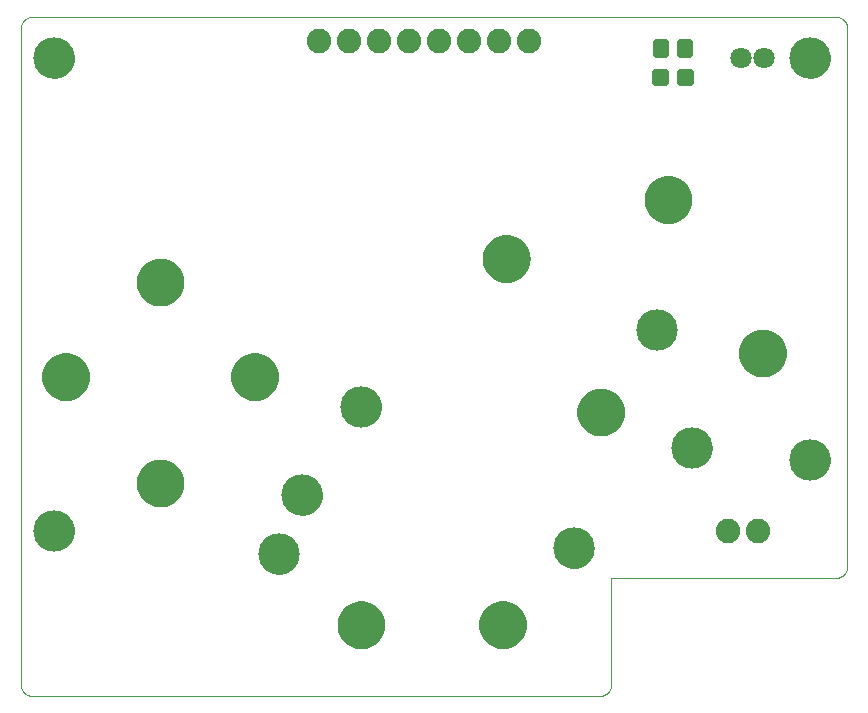
<source format=gts>
G75*
%MOIN*%
%OFA0B0*%
%FSLAX25Y25*%
%IPPOS*%
%LPD*%
%AMOC8*
5,1,8,0,0,1.08239X$1,22.5*
%
%ADD10C,0.00000*%
%ADD11C,0.07874*%
%ADD12C,0.08200*%
%ADD13C,0.13800*%
%ADD14C,0.01898*%
%ADD15C,0.01878*%
%ADD16C,0.07099*%
D10*
X0005437Y0001500D02*
X0194413Y0001500D01*
X0194537Y0001502D01*
X0194660Y0001508D01*
X0194784Y0001517D01*
X0194906Y0001531D01*
X0195029Y0001548D01*
X0195151Y0001570D01*
X0195272Y0001595D01*
X0195392Y0001624D01*
X0195511Y0001656D01*
X0195630Y0001693D01*
X0195747Y0001733D01*
X0195862Y0001776D01*
X0195977Y0001824D01*
X0196089Y0001875D01*
X0196200Y0001929D01*
X0196310Y0001987D01*
X0196417Y0002048D01*
X0196523Y0002113D01*
X0196626Y0002181D01*
X0196727Y0002252D01*
X0196826Y0002326D01*
X0196923Y0002403D01*
X0197017Y0002484D01*
X0197108Y0002567D01*
X0197197Y0002653D01*
X0197283Y0002742D01*
X0197366Y0002833D01*
X0197447Y0002927D01*
X0197524Y0003024D01*
X0197598Y0003123D01*
X0197669Y0003224D01*
X0197737Y0003327D01*
X0197802Y0003433D01*
X0197863Y0003540D01*
X0197921Y0003650D01*
X0197975Y0003761D01*
X0198026Y0003873D01*
X0198074Y0003988D01*
X0198117Y0004103D01*
X0198157Y0004220D01*
X0198194Y0004339D01*
X0198226Y0004458D01*
X0198255Y0004578D01*
X0198280Y0004699D01*
X0198302Y0004821D01*
X0198319Y0004944D01*
X0198333Y0005066D01*
X0198342Y0005190D01*
X0198348Y0005313D01*
X0198350Y0005437D01*
X0198350Y0040870D01*
X0273154Y0040870D01*
X0273278Y0040872D01*
X0273401Y0040878D01*
X0273525Y0040887D01*
X0273647Y0040901D01*
X0273770Y0040918D01*
X0273892Y0040940D01*
X0274013Y0040965D01*
X0274133Y0040994D01*
X0274252Y0041026D01*
X0274371Y0041063D01*
X0274488Y0041103D01*
X0274603Y0041146D01*
X0274718Y0041194D01*
X0274830Y0041245D01*
X0274941Y0041299D01*
X0275051Y0041357D01*
X0275158Y0041418D01*
X0275264Y0041483D01*
X0275367Y0041551D01*
X0275468Y0041622D01*
X0275567Y0041696D01*
X0275664Y0041773D01*
X0275758Y0041854D01*
X0275849Y0041937D01*
X0275938Y0042023D01*
X0276024Y0042112D01*
X0276107Y0042203D01*
X0276188Y0042297D01*
X0276265Y0042394D01*
X0276339Y0042493D01*
X0276410Y0042594D01*
X0276478Y0042697D01*
X0276543Y0042803D01*
X0276604Y0042910D01*
X0276662Y0043020D01*
X0276716Y0043131D01*
X0276767Y0043243D01*
X0276815Y0043358D01*
X0276858Y0043473D01*
X0276898Y0043590D01*
X0276935Y0043709D01*
X0276967Y0043828D01*
X0276996Y0043948D01*
X0277021Y0044069D01*
X0277043Y0044191D01*
X0277060Y0044314D01*
X0277074Y0044436D01*
X0277083Y0044560D01*
X0277089Y0044683D01*
X0277091Y0044807D01*
X0277091Y0223941D01*
X0277089Y0224065D01*
X0277083Y0224188D01*
X0277074Y0224312D01*
X0277060Y0224434D01*
X0277043Y0224557D01*
X0277021Y0224679D01*
X0276996Y0224800D01*
X0276967Y0224920D01*
X0276935Y0225039D01*
X0276898Y0225158D01*
X0276858Y0225275D01*
X0276815Y0225390D01*
X0276767Y0225505D01*
X0276716Y0225617D01*
X0276662Y0225728D01*
X0276604Y0225838D01*
X0276543Y0225945D01*
X0276478Y0226051D01*
X0276410Y0226154D01*
X0276339Y0226255D01*
X0276265Y0226354D01*
X0276188Y0226451D01*
X0276107Y0226545D01*
X0276024Y0226636D01*
X0275938Y0226725D01*
X0275849Y0226811D01*
X0275758Y0226894D01*
X0275664Y0226975D01*
X0275567Y0227052D01*
X0275468Y0227126D01*
X0275367Y0227197D01*
X0275264Y0227265D01*
X0275158Y0227330D01*
X0275051Y0227391D01*
X0274941Y0227449D01*
X0274830Y0227503D01*
X0274718Y0227554D01*
X0274603Y0227602D01*
X0274488Y0227645D01*
X0274371Y0227685D01*
X0274252Y0227722D01*
X0274133Y0227754D01*
X0274013Y0227783D01*
X0273892Y0227808D01*
X0273770Y0227830D01*
X0273647Y0227847D01*
X0273525Y0227861D01*
X0273401Y0227870D01*
X0273278Y0227876D01*
X0273154Y0227878D01*
X0005437Y0227878D01*
X0005313Y0227876D01*
X0005190Y0227870D01*
X0005066Y0227861D01*
X0004944Y0227847D01*
X0004821Y0227830D01*
X0004699Y0227808D01*
X0004578Y0227783D01*
X0004458Y0227754D01*
X0004339Y0227722D01*
X0004220Y0227685D01*
X0004103Y0227645D01*
X0003988Y0227602D01*
X0003873Y0227554D01*
X0003761Y0227503D01*
X0003650Y0227449D01*
X0003540Y0227391D01*
X0003433Y0227330D01*
X0003327Y0227265D01*
X0003224Y0227197D01*
X0003123Y0227126D01*
X0003024Y0227052D01*
X0002927Y0226975D01*
X0002833Y0226894D01*
X0002742Y0226811D01*
X0002653Y0226725D01*
X0002567Y0226636D01*
X0002484Y0226545D01*
X0002403Y0226451D01*
X0002326Y0226354D01*
X0002252Y0226255D01*
X0002181Y0226154D01*
X0002113Y0226051D01*
X0002048Y0225945D01*
X0001987Y0225838D01*
X0001929Y0225728D01*
X0001875Y0225617D01*
X0001824Y0225505D01*
X0001776Y0225390D01*
X0001733Y0225275D01*
X0001693Y0225158D01*
X0001656Y0225039D01*
X0001624Y0224920D01*
X0001595Y0224800D01*
X0001570Y0224679D01*
X0001548Y0224557D01*
X0001531Y0224434D01*
X0001517Y0224312D01*
X0001508Y0224188D01*
X0001502Y0224065D01*
X0001500Y0223941D01*
X0001500Y0005437D01*
X0001502Y0005313D01*
X0001508Y0005190D01*
X0001517Y0005066D01*
X0001531Y0004944D01*
X0001548Y0004821D01*
X0001570Y0004699D01*
X0001595Y0004578D01*
X0001624Y0004458D01*
X0001656Y0004339D01*
X0001693Y0004220D01*
X0001733Y0004103D01*
X0001776Y0003988D01*
X0001824Y0003873D01*
X0001875Y0003761D01*
X0001929Y0003650D01*
X0001987Y0003540D01*
X0002048Y0003433D01*
X0002113Y0003327D01*
X0002181Y0003224D01*
X0002252Y0003123D01*
X0002326Y0003024D01*
X0002403Y0002927D01*
X0002484Y0002833D01*
X0002567Y0002742D01*
X0002653Y0002653D01*
X0002742Y0002567D01*
X0002833Y0002484D01*
X0002927Y0002403D01*
X0003024Y0002326D01*
X0003123Y0002252D01*
X0003224Y0002181D01*
X0003327Y0002113D01*
X0003433Y0002048D01*
X0003540Y0001987D01*
X0003650Y0001929D01*
X0003761Y0001875D01*
X0003873Y0001824D01*
X0003988Y0001776D01*
X0004103Y0001733D01*
X0004220Y0001693D01*
X0004339Y0001656D01*
X0004458Y0001624D01*
X0004578Y0001595D01*
X0004699Y0001570D01*
X0004821Y0001548D01*
X0004944Y0001531D01*
X0005066Y0001517D01*
X0005190Y0001508D01*
X0005313Y0001502D01*
X0005437Y0001500D01*
X0006220Y0056618D02*
X0006222Y0056779D01*
X0006228Y0056939D01*
X0006238Y0057100D01*
X0006252Y0057260D01*
X0006270Y0057420D01*
X0006291Y0057579D01*
X0006317Y0057738D01*
X0006347Y0057896D01*
X0006380Y0058053D01*
X0006418Y0058210D01*
X0006459Y0058365D01*
X0006504Y0058519D01*
X0006553Y0058672D01*
X0006606Y0058824D01*
X0006662Y0058975D01*
X0006723Y0059124D01*
X0006786Y0059272D01*
X0006854Y0059418D01*
X0006925Y0059562D01*
X0006999Y0059704D01*
X0007077Y0059845D01*
X0007159Y0059983D01*
X0007244Y0060120D01*
X0007332Y0060254D01*
X0007424Y0060386D01*
X0007519Y0060516D01*
X0007617Y0060644D01*
X0007718Y0060769D01*
X0007822Y0060891D01*
X0007929Y0061011D01*
X0008039Y0061128D01*
X0008152Y0061243D01*
X0008268Y0061354D01*
X0008387Y0061463D01*
X0008508Y0061568D01*
X0008632Y0061671D01*
X0008758Y0061771D01*
X0008886Y0061867D01*
X0009017Y0061960D01*
X0009151Y0062050D01*
X0009286Y0062137D01*
X0009424Y0062220D01*
X0009563Y0062300D01*
X0009705Y0062376D01*
X0009848Y0062449D01*
X0009993Y0062518D01*
X0010140Y0062584D01*
X0010288Y0062646D01*
X0010438Y0062704D01*
X0010589Y0062759D01*
X0010742Y0062810D01*
X0010896Y0062857D01*
X0011051Y0062900D01*
X0011207Y0062939D01*
X0011363Y0062975D01*
X0011521Y0063006D01*
X0011679Y0063034D01*
X0011838Y0063058D01*
X0011998Y0063078D01*
X0012158Y0063094D01*
X0012318Y0063106D01*
X0012479Y0063114D01*
X0012640Y0063118D01*
X0012800Y0063118D01*
X0012961Y0063114D01*
X0013122Y0063106D01*
X0013282Y0063094D01*
X0013442Y0063078D01*
X0013602Y0063058D01*
X0013761Y0063034D01*
X0013919Y0063006D01*
X0014077Y0062975D01*
X0014233Y0062939D01*
X0014389Y0062900D01*
X0014544Y0062857D01*
X0014698Y0062810D01*
X0014851Y0062759D01*
X0015002Y0062704D01*
X0015152Y0062646D01*
X0015300Y0062584D01*
X0015447Y0062518D01*
X0015592Y0062449D01*
X0015735Y0062376D01*
X0015877Y0062300D01*
X0016016Y0062220D01*
X0016154Y0062137D01*
X0016289Y0062050D01*
X0016423Y0061960D01*
X0016554Y0061867D01*
X0016682Y0061771D01*
X0016808Y0061671D01*
X0016932Y0061568D01*
X0017053Y0061463D01*
X0017172Y0061354D01*
X0017288Y0061243D01*
X0017401Y0061128D01*
X0017511Y0061011D01*
X0017618Y0060891D01*
X0017722Y0060769D01*
X0017823Y0060644D01*
X0017921Y0060516D01*
X0018016Y0060386D01*
X0018108Y0060254D01*
X0018196Y0060120D01*
X0018281Y0059983D01*
X0018363Y0059845D01*
X0018441Y0059704D01*
X0018515Y0059562D01*
X0018586Y0059418D01*
X0018654Y0059272D01*
X0018717Y0059124D01*
X0018778Y0058975D01*
X0018834Y0058824D01*
X0018887Y0058672D01*
X0018936Y0058519D01*
X0018981Y0058365D01*
X0019022Y0058210D01*
X0019060Y0058053D01*
X0019093Y0057896D01*
X0019123Y0057738D01*
X0019149Y0057579D01*
X0019170Y0057420D01*
X0019188Y0057260D01*
X0019202Y0057100D01*
X0019212Y0056939D01*
X0019218Y0056779D01*
X0019220Y0056618D01*
X0019218Y0056457D01*
X0019212Y0056297D01*
X0019202Y0056136D01*
X0019188Y0055976D01*
X0019170Y0055816D01*
X0019149Y0055657D01*
X0019123Y0055498D01*
X0019093Y0055340D01*
X0019060Y0055183D01*
X0019022Y0055026D01*
X0018981Y0054871D01*
X0018936Y0054717D01*
X0018887Y0054564D01*
X0018834Y0054412D01*
X0018778Y0054261D01*
X0018717Y0054112D01*
X0018654Y0053964D01*
X0018586Y0053818D01*
X0018515Y0053674D01*
X0018441Y0053532D01*
X0018363Y0053391D01*
X0018281Y0053253D01*
X0018196Y0053116D01*
X0018108Y0052982D01*
X0018016Y0052850D01*
X0017921Y0052720D01*
X0017823Y0052592D01*
X0017722Y0052467D01*
X0017618Y0052345D01*
X0017511Y0052225D01*
X0017401Y0052108D01*
X0017288Y0051993D01*
X0017172Y0051882D01*
X0017053Y0051773D01*
X0016932Y0051668D01*
X0016808Y0051565D01*
X0016682Y0051465D01*
X0016554Y0051369D01*
X0016423Y0051276D01*
X0016289Y0051186D01*
X0016154Y0051099D01*
X0016016Y0051016D01*
X0015877Y0050936D01*
X0015735Y0050860D01*
X0015592Y0050787D01*
X0015447Y0050718D01*
X0015300Y0050652D01*
X0015152Y0050590D01*
X0015002Y0050532D01*
X0014851Y0050477D01*
X0014698Y0050426D01*
X0014544Y0050379D01*
X0014389Y0050336D01*
X0014233Y0050297D01*
X0014077Y0050261D01*
X0013919Y0050230D01*
X0013761Y0050202D01*
X0013602Y0050178D01*
X0013442Y0050158D01*
X0013282Y0050142D01*
X0013122Y0050130D01*
X0012961Y0050122D01*
X0012800Y0050118D01*
X0012640Y0050118D01*
X0012479Y0050122D01*
X0012318Y0050130D01*
X0012158Y0050142D01*
X0011998Y0050158D01*
X0011838Y0050178D01*
X0011679Y0050202D01*
X0011521Y0050230D01*
X0011363Y0050261D01*
X0011207Y0050297D01*
X0011051Y0050336D01*
X0010896Y0050379D01*
X0010742Y0050426D01*
X0010589Y0050477D01*
X0010438Y0050532D01*
X0010288Y0050590D01*
X0010140Y0050652D01*
X0009993Y0050718D01*
X0009848Y0050787D01*
X0009705Y0050860D01*
X0009563Y0050936D01*
X0009424Y0051016D01*
X0009286Y0051099D01*
X0009151Y0051186D01*
X0009017Y0051276D01*
X0008886Y0051369D01*
X0008758Y0051465D01*
X0008632Y0051565D01*
X0008508Y0051668D01*
X0008387Y0051773D01*
X0008268Y0051882D01*
X0008152Y0051993D01*
X0008039Y0052108D01*
X0007929Y0052225D01*
X0007822Y0052345D01*
X0007718Y0052467D01*
X0007617Y0052592D01*
X0007519Y0052720D01*
X0007424Y0052850D01*
X0007332Y0052982D01*
X0007244Y0053116D01*
X0007159Y0053253D01*
X0007077Y0053391D01*
X0006999Y0053532D01*
X0006925Y0053674D01*
X0006854Y0053818D01*
X0006786Y0053964D01*
X0006723Y0054112D01*
X0006662Y0054261D01*
X0006606Y0054412D01*
X0006553Y0054564D01*
X0006504Y0054717D01*
X0006459Y0054871D01*
X0006418Y0055026D01*
X0006380Y0055183D01*
X0006347Y0055340D01*
X0006317Y0055498D01*
X0006291Y0055657D01*
X0006270Y0055816D01*
X0006252Y0055976D01*
X0006238Y0056136D01*
X0006228Y0056297D01*
X0006222Y0056457D01*
X0006220Y0056618D01*
X0081024Y0048744D02*
X0081026Y0048905D01*
X0081032Y0049065D01*
X0081042Y0049226D01*
X0081056Y0049386D01*
X0081074Y0049546D01*
X0081095Y0049705D01*
X0081121Y0049864D01*
X0081151Y0050022D01*
X0081184Y0050179D01*
X0081222Y0050336D01*
X0081263Y0050491D01*
X0081308Y0050645D01*
X0081357Y0050798D01*
X0081410Y0050950D01*
X0081466Y0051101D01*
X0081527Y0051250D01*
X0081590Y0051398D01*
X0081658Y0051544D01*
X0081729Y0051688D01*
X0081803Y0051830D01*
X0081881Y0051971D01*
X0081963Y0052109D01*
X0082048Y0052246D01*
X0082136Y0052380D01*
X0082228Y0052512D01*
X0082323Y0052642D01*
X0082421Y0052770D01*
X0082522Y0052895D01*
X0082626Y0053017D01*
X0082733Y0053137D01*
X0082843Y0053254D01*
X0082956Y0053369D01*
X0083072Y0053480D01*
X0083191Y0053589D01*
X0083312Y0053694D01*
X0083436Y0053797D01*
X0083562Y0053897D01*
X0083690Y0053993D01*
X0083821Y0054086D01*
X0083955Y0054176D01*
X0084090Y0054263D01*
X0084228Y0054346D01*
X0084367Y0054426D01*
X0084509Y0054502D01*
X0084652Y0054575D01*
X0084797Y0054644D01*
X0084944Y0054710D01*
X0085092Y0054772D01*
X0085242Y0054830D01*
X0085393Y0054885D01*
X0085546Y0054936D01*
X0085700Y0054983D01*
X0085855Y0055026D01*
X0086011Y0055065D01*
X0086167Y0055101D01*
X0086325Y0055132D01*
X0086483Y0055160D01*
X0086642Y0055184D01*
X0086802Y0055204D01*
X0086962Y0055220D01*
X0087122Y0055232D01*
X0087283Y0055240D01*
X0087444Y0055244D01*
X0087604Y0055244D01*
X0087765Y0055240D01*
X0087926Y0055232D01*
X0088086Y0055220D01*
X0088246Y0055204D01*
X0088406Y0055184D01*
X0088565Y0055160D01*
X0088723Y0055132D01*
X0088881Y0055101D01*
X0089037Y0055065D01*
X0089193Y0055026D01*
X0089348Y0054983D01*
X0089502Y0054936D01*
X0089655Y0054885D01*
X0089806Y0054830D01*
X0089956Y0054772D01*
X0090104Y0054710D01*
X0090251Y0054644D01*
X0090396Y0054575D01*
X0090539Y0054502D01*
X0090681Y0054426D01*
X0090820Y0054346D01*
X0090958Y0054263D01*
X0091093Y0054176D01*
X0091227Y0054086D01*
X0091358Y0053993D01*
X0091486Y0053897D01*
X0091612Y0053797D01*
X0091736Y0053694D01*
X0091857Y0053589D01*
X0091976Y0053480D01*
X0092092Y0053369D01*
X0092205Y0053254D01*
X0092315Y0053137D01*
X0092422Y0053017D01*
X0092526Y0052895D01*
X0092627Y0052770D01*
X0092725Y0052642D01*
X0092820Y0052512D01*
X0092912Y0052380D01*
X0093000Y0052246D01*
X0093085Y0052109D01*
X0093167Y0051971D01*
X0093245Y0051830D01*
X0093319Y0051688D01*
X0093390Y0051544D01*
X0093458Y0051398D01*
X0093521Y0051250D01*
X0093582Y0051101D01*
X0093638Y0050950D01*
X0093691Y0050798D01*
X0093740Y0050645D01*
X0093785Y0050491D01*
X0093826Y0050336D01*
X0093864Y0050179D01*
X0093897Y0050022D01*
X0093927Y0049864D01*
X0093953Y0049705D01*
X0093974Y0049546D01*
X0093992Y0049386D01*
X0094006Y0049226D01*
X0094016Y0049065D01*
X0094022Y0048905D01*
X0094024Y0048744D01*
X0094022Y0048583D01*
X0094016Y0048423D01*
X0094006Y0048262D01*
X0093992Y0048102D01*
X0093974Y0047942D01*
X0093953Y0047783D01*
X0093927Y0047624D01*
X0093897Y0047466D01*
X0093864Y0047309D01*
X0093826Y0047152D01*
X0093785Y0046997D01*
X0093740Y0046843D01*
X0093691Y0046690D01*
X0093638Y0046538D01*
X0093582Y0046387D01*
X0093521Y0046238D01*
X0093458Y0046090D01*
X0093390Y0045944D01*
X0093319Y0045800D01*
X0093245Y0045658D01*
X0093167Y0045517D01*
X0093085Y0045379D01*
X0093000Y0045242D01*
X0092912Y0045108D01*
X0092820Y0044976D01*
X0092725Y0044846D01*
X0092627Y0044718D01*
X0092526Y0044593D01*
X0092422Y0044471D01*
X0092315Y0044351D01*
X0092205Y0044234D01*
X0092092Y0044119D01*
X0091976Y0044008D01*
X0091857Y0043899D01*
X0091736Y0043794D01*
X0091612Y0043691D01*
X0091486Y0043591D01*
X0091358Y0043495D01*
X0091227Y0043402D01*
X0091093Y0043312D01*
X0090958Y0043225D01*
X0090820Y0043142D01*
X0090681Y0043062D01*
X0090539Y0042986D01*
X0090396Y0042913D01*
X0090251Y0042844D01*
X0090104Y0042778D01*
X0089956Y0042716D01*
X0089806Y0042658D01*
X0089655Y0042603D01*
X0089502Y0042552D01*
X0089348Y0042505D01*
X0089193Y0042462D01*
X0089037Y0042423D01*
X0088881Y0042387D01*
X0088723Y0042356D01*
X0088565Y0042328D01*
X0088406Y0042304D01*
X0088246Y0042284D01*
X0088086Y0042268D01*
X0087926Y0042256D01*
X0087765Y0042248D01*
X0087604Y0042244D01*
X0087444Y0042244D01*
X0087283Y0042248D01*
X0087122Y0042256D01*
X0086962Y0042268D01*
X0086802Y0042284D01*
X0086642Y0042304D01*
X0086483Y0042328D01*
X0086325Y0042356D01*
X0086167Y0042387D01*
X0086011Y0042423D01*
X0085855Y0042462D01*
X0085700Y0042505D01*
X0085546Y0042552D01*
X0085393Y0042603D01*
X0085242Y0042658D01*
X0085092Y0042716D01*
X0084944Y0042778D01*
X0084797Y0042844D01*
X0084652Y0042913D01*
X0084509Y0042986D01*
X0084367Y0043062D01*
X0084228Y0043142D01*
X0084090Y0043225D01*
X0083955Y0043312D01*
X0083821Y0043402D01*
X0083690Y0043495D01*
X0083562Y0043591D01*
X0083436Y0043691D01*
X0083312Y0043794D01*
X0083191Y0043899D01*
X0083072Y0044008D01*
X0082956Y0044119D01*
X0082843Y0044234D01*
X0082733Y0044351D01*
X0082626Y0044471D01*
X0082522Y0044593D01*
X0082421Y0044718D01*
X0082323Y0044846D01*
X0082228Y0044976D01*
X0082136Y0045108D01*
X0082048Y0045242D01*
X0081963Y0045379D01*
X0081881Y0045517D01*
X0081803Y0045658D01*
X0081729Y0045800D01*
X0081658Y0045944D01*
X0081590Y0046090D01*
X0081527Y0046238D01*
X0081466Y0046387D01*
X0081410Y0046538D01*
X0081357Y0046690D01*
X0081308Y0046843D01*
X0081263Y0046997D01*
X0081222Y0047152D01*
X0081184Y0047309D01*
X0081151Y0047466D01*
X0081121Y0047624D01*
X0081095Y0047783D01*
X0081074Y0047942D01*
X0081056Y0048102D01*
X0081042Y0048262D01*
X0081032Y0048423D01*
X0081026Y0048583D01*
X0081024Y0048744D01*
X0088898Y0068429D02*
X0088900Y0068590D01*
X0088906Y0068750D01*
X0088916Y0068911D01*
X0088930Y0069071D01*
X0088948Y0069231D01*
X0088969Y0069390D01*
X0088995Y0069549D01*
X0089025Y0069707D01*
X0089058Y0069864D01*
X0089096Y0070021D01*
X0089137Y0070176D01*
X0089182Y0070330D01*
X0089231Y0070483D01*
X0089284Y0070635D01*
X0089340Y0070786D01*
X0089401Y0070935D01*
X0089464Y0071083D01*
X0089532Y0071229D01*
X0089603Y0071373D01*
X0089677Y0071515D01*
X0089755Y0071656D01*
X0089837Y0071794D01*
X0089922Y0071931D01*
X0090010Y0072065D01*
X0090102Y0072197D01*
X0090197Y0072327D01*
X0090295Y0072455D01*
X0090396Y0072580D01*
X0090500Y0072702D01*
X0090607Y0072822D01*
X0090717Y0072939D01*
X0090830Y0073054D01*
X0090946Y0073165D01*
X0091065Y0073274D01*
X0091186Y0073379D01*
X0091310Y0073482D01*
X0091436Y0073582D01*
X0091564Y0073678D01*
X0091695Y0073771D01*
X0091829Y0073861D01*
X0091964Y0073948D01*
X0092102Y0074031D01*
X0092241Y0074111D01*
X0092383Y0074187D01*
X0092526Y0074260D01*
X0092671Y0074329D01*
X0092818Y0074395D01*
X0092966Y0074457D01*
X0093116Y0074515D01*
X0093267Y0074570D01*
X0093420Y0074621D01*
X0093574Y0074668D01*
X0093729Y0074711D01*
X0093885Y0074750D01*
X0094041Y0074786D01*
X0094199Y0074817D01*
X0094357Y0074845D01*
X0094516Y0074869D01*
X0094676Y0074889D01*
X0094836Y0074905D01*
X0094996Y0074917D01*
X0095157Y0074925D01*
X0095318Y0074929D01*
X0095478Y0074929D01*
X0095639Y0074925D01*
X0095800Y0074917D01*
X0095960Y0074905D01*
X0096120Y0074889D01*
X0096280Y0074869D01*
X0096439Y0074845D01*
X0096597Y0074817D01*
X0096755Y0074786D01*
X0096911Y0074750D01*
X0097067Y0074711D01*
X0097222Y0074668D01*
X0097376Y0074621D01*
X0097529Y0074570D01*
X0097680Y0074515D01*
X0097830Y0074457D01*
X0097978Y0074395D01*
X0098125Y0074329D01*
X0098270Y0074260D01*
X0098413Y0074187D01*
X0098555Y0074111D01*
X0098694Y0074031D01*
X0098832Y0073948D01*
X0098967Y0073861D01*
X0099101Y0073771D01*
X0099232Y0073678D01*
X0099360Y0073582D01*
X0099486Y0073482D01*
X0099610Y0073379D01*
X0099731Y0073274D01*
X0099850Y0073165D01*
X0099966Y0073054D01*
X0100079Y0072939D01*
X0100189Y0072822D01*
X0100296Y0072702D01*
X0100400Y0072580D01*
X0100501Y0072455D01*
X0100599Y0072327D01*
X0100694Y0072197D01*
X0100786Y0072065D01*
X0100874Y0071931D01*
X0100959Y0071794D01*
X0101041Y0071656D01*
X0101119Y0071515D01*
X0101193Y0071373D01*
X0101264Y0071229D01*
X0101332Y0071083D01*
X0101395Y0070935D01*
X0101456Y0070786D01*
X0101512Y0070635D01*
X0101565Y0070483D01*
X0101614Y0070330D01*
X0101659Y0070176D01*
X0101700Y0070021D01*
X0101738Y0069864D01*
X0101771Y0069707D01*
X0101801Y0069549D01*
X0101827Y0069390D01*
X0101848Y0069231D01*
X0101866Y0069071D01*
X0101880Y0068911D01*
X0101890Y0068750D01*
X0101896Y0068590D01*
X0101898Y0068429D01*
X0101896Y0068268D01*
X0101890Y0068108D01*
X0101880Y0067947D01*
X0101866Y0067787D01*
X0101848Y0067627D01*
X0101827Y0067468D01*
X0101801Y0067309D01*
X0101771Y0067151D01*
X0101738Y0066994D01*
X0101700Y0066837D01*
X0101659Y0066682D01*
X0101614Y0066528D01*
X0101565Y0066375D01*
X0101512Y0066223D01*
X0101456Y0066072D01*
X0101395Y0065923D01*
X0101332Y0065775D01*
X0101264Y0065629D01*
X0101193Y0065485D01*
X0101119Y0065343D01*
X0101041Y0065202D01*
X0100959Y0065064D01*
X0100874Y0064927D01*
X0100786Y0064793D01*
X0100694Y0064661D01*
X0100599Y0064531D01*
X0100501Y0064403D01*
X0100400Y0064278D01*
X0100296Y0064156D01*
X0100189Y0064036D01*
X0100079Y0063919D01*
X0099966Y0063804D01*
X0099850Y0063693D01*
X0099731Y0063584D01*
X0099610Y0063479D01*
X0099486Y0063376D01*
X0099360Y0063276D01*
X0099232Y0063180D01*
X0099101Y0063087D01*
X0098967Y0062997D01*
X0098832Y0062910D01*
X0098694Y0062827D01*
X0098555Y0062747D01*
X0098413Y0062671D01*
X0098270Y0062598D01*
X0098125Y0062529D01*
X0097978Y0062463D01*
X0097830Y0062401D01*
X0097680Y0062343D01*
X0097529Y0062288D01*
X0097376Y0062237D01*
X0097222Y0062190D01*
X0097067Y0062147D01*
X0096911Y0062108D01*
X0096755Y0062072D01*
X0096597Y0062041D01*
X0096439Y0062013D01*
X0096280Y0061989D01*
X0096120Y0061969D01*
X0095960Y0061953D01*
X0095800Y0061941D01*
X0095639Y0061933D01*
X0095478Y0061929D01*
X0095318Y0061929D01*
X0095157Y0061933D01*
X0094996Y0061941D01*
X0094836Y0061953D01*
X0094676Y0061969D01*
X0094516Y0061989D01*
X0094357Y0062013D01*
X0094199Y0062041D01*
X0094041Y0062072D01*
X0093885Y0062108D01*
X0093729Y0062147D01*
X0093574Y0062190D01*
X0093420Y0062237D01*
X0093267Y0062288D01*
X0093116Y0062343D01*
X0092966Y0062401D01*
X0092818Y0062463D01*
X0092671Y0062529D01*
X0092526Y0062598D01*
X0092383Y0062671D01*
X0092241Y0062747D01*
X0092102Y0062827D01*
X0091964Y0062910D01*
X0091829Y0062997D01*
X0091695Y0063087D01*
X0091564Y0063180D01*
X0091436Y0063276D01*
X0091310Y0063376D01*
X0091186Y0063479D01*
X0091065Y0063584D01*
X0090946Y0063693D01*
X0090830Y0063804D01*
X0090717Y0063919D01*
X0090607Y0064036D01*
X0090500Y0064156D01*
X0090396Y0064278D01*
X0090295Y0064403D01*
X0090197Y0064531D01*
X0090102Y0064661D01*
X0090010Y0064793D01*
X0089922Y0064927D01*
X0089837Y0065064D01*
X0089755Y0065202D01*
X0089677Y0065343D01*
X0089603Y0065485D01*
X0089532Y0065629D01*
X0089464Y0065775D01*
X0089401Y0065923D01*
X0089340Y0066072D01*
X0089284Y0066223D01*
X0089231Y0066375D01*
X0089182Y0066528D01*
X0089137Y0066682D01*
X0089096Y0066837D01*
X0089058Y0066994D01*
X0089025Y0067151D01*
X0088995Y0067309D01*
X0088969Y0067468D01*
X0088948Y0067627D01*
X0088930Y0067787D01*
X0088916Y0067947D01*
X0088906Y0068108D01*
X0088900Y0068268D01*
X0088898Y0068429D01*
X0108583Y0097957D02*
X0108585Y0098118D01*
X0108591Y0098278D01*
X0108601Y0098439D01*
X0108615Y0098599D01*
X0108633Y0098759D01*
X0108654Y0098918D01*
X0108680Y0099077D01*
X0108710Y0099235D01*
X0108743Y0099392D01*
X0108781Y0099549D01*
X0108822Y0099704D01*
X0108867Y0099858D01*
X0108916Y0100011D01*
X0108969Y0100163D01*
X0109025Y0100314D01*
X0109086Y0100463D01*
X0109149Y0100611D01*
X0109217Y0100757D01*
X0109288Y0100901D01*
X0109362Y0101043D01*
X0109440Y0101184D01*
X0109522Y0101322D01*
X0109607Y0101459D01*
X0109695Y0101593D01*
X0109787Y0101725D01*
X0109882Y0101855D01*
X0109980Y0101983D01*
X0110081Y0102108D01*
X0110185Y0102230D01*
X0110292Y0102350D01*
X0110402Y0102467D01*
X0110515Y0102582D01*
X0110631Y0102693D01*
X0110750Y0102802D01*
X0110871Y0102907D01*
X0110995Y0103010D01*
X0111121Y0103110D01*
X0111249Y0103206D01*
X0111380Y0103299D01*
X0111514Y0103389D01*
X0111649Y0103476D01*
X0111787Y0103559D01*
X0111926Y0103639D01*
X0112068Y0103715D01*
X0112211Y0103788D01*
X0112356Y0103857D01*
X0112503Y0103923D01*
X0112651Y0103985D01*
X0112801Y0104043D01*
X0112952Y0104098D01*
X0113105Y0104149D01*
X0113259Y0104196D01*
X0113414Y0104239D01*
X0113570Y0104278D01*
X0113726Y0104314D01*
X0113884Y0104345D01*
X0114042Y0104373D01*
X0114201Y0104397D01*
X0114361Y0104417D01*
X0114521Y0104433D01*
X0114681Y0104445D01*
X0114842Y0104453D01*
X0115003Y0104457D01*
X0115163Y0104457D01*
X0115324Y0104453D01*
X0115485Y0104445D01*
X0115645Y0104433D01*
X0115805Y0104417D01*
X0115965Y0104397D01*
X0116124Y0104373D01*
X0116282Y0104345D01*
X0116440Y0104314D01*
X0116596Y0104278D01*
X0116752Y0104239D01*
X0116907Y0104196D01*
X0117061Y0104149D01*
X0117214Y0104098D01*
X0117365Y0104043D01*
X0117515Y0103985D01*
X0117663Y0103923D01*
X0117810Y0103857D01*
X0117955Y0103788D01*
X0118098Y0103715D01*
X0118240Y0103639D01*
X0118379Y0103559D01*
X0118517Y0103476D01*
X0118652Y0103389D01*
X0118786Y0103299D01*
X0118917Y0103206D01*
X0119045Y0103110D01*
X0119171Y0103010D01*
X0119295Y0102907D01*
X0119416Y0102802D01*
X0119535Y0102693D01*
X0119651Y0102582D01*
X0119764Y0102467D01*
X0119874Y0102350D01*
X0119981Y0102230D01*
X0120085Y0102108D01*
X0120186Y0101983D01*
X0120284Y0101855D01*
X0120379Y0101725D01*
X0120471Y0101593D01*
X0120559Y0101459D01*
X0120644Y0101322D01*
X0120726Y0101184D01*
X0120804Y0101043D01*
X0120878Y0100901D01*
X0120949Y0100757D01*
X0121017Y0100611D01*
X0121080Y0100463D01*
X0121141Y0100314D01*
X0121197Y0100163D01*
X0121250Y0100011D01*
X0121299Y0099858D01*
X0121344Y0099704D01*
X0121385Y0099549D01*
X0121423Y0099392D01*
X0121456Y0099235D01*
X0121486Y0099077D01*
X0121512Y0098918D01*
X0121533Y0098759D01*
X0121551Y0098599D01*
X0121565Y0098439D01*
X0121575Y0098278D01*
X0121581Y0098118D01*
X0121583Y0097957D01*
X0121581Y0097796D01*
X0121575Y0097636D01*
X0121565Y0097475D01*
X0121551Y0097315D01*
X0121533Y0097155D01*
X0121512Y0096996D01*
X0121486Y0096837D01*
X0121456Y0096679D01*
X0121423Y0096522D01*
X0121385Y0096365D01*
X0121344Y0096210D01*
X0121299Y0096056D01*
X0121250Y0095903D01*
X0121197Y0095751D01*
X0121141Y0095600D01*
X0121080Y0095451D01*
X0121017Y0095303D01*
X0120949Y0095157D01*
X0120878Y0095013D01*
X0120804Y0094871D01*
X0120726Y0094730D01*
X0120644Y0094592D01*
X0120559Y0094455D01*
X0120471Y0094321D01*
X0120379Y0094189D01*
X0120284Y0094059D01*
X0120186Y0093931D01*
X0120085Y0093806D01*
X0119981Y0093684D01*
X0119874Y0093564D01*
X0119764Y0093447D01*
X0119651Y0093332D01*
X0119535Y0093221D01*
X0119416Y0093112D01*
X0119295Y0093007D01*
X0119171Y0092904D01*
X0119045Y0092804D01*
X0118917Y0092708D01*
X0118786Y0092615D01*
X0118652Y0092525D01*
X0118517Y0092438D01*
X0118379Y0092355D01*
X0118240Y0092275D01*
X0118098Y0092199D01*
X0117955Y0092126D01*
X0117810Y0092057D01*
X0117663Y0091991D01*
X0117515Y0091929D01*
X0117365Y0091871D01*
X0117214Y0091816D01*
X0117061Y0091765D01*
X0116907Y0091718D01*
X0116752Y0091675D01*
X0116596Y0091636D01*
X0116440Y0091600D01*
X0116282Y0091569D01*
X0116124Y0091541D01*
X0115965Y0091517D01*
X0115805Y0091497D01*
X0115645Y0091481D01*
X0115485Y0091469D01*
X0115324Y0091461D01*
X0115163Y0091457D01*
X0115003Y0091457D01*
X0114842Y0091461D01*
X0114681Y0091469D01*
X0114521Y0091481D01*
X0114361Y0091497D01*
X0114201Y0091517D01*
X0114042Y0091541D01*
X0113884Y0091569D01*
X0113726Y0091600D01*
X0113570Y0091636D01*
X0113414Y0091675D01*
X0113259Y0091718D01*
X0113105Y0091765D01*
X0112952Y0091816D01*
X0112801Y0091871D01*
X0112651Y0091929D01*
X0112503Y0091991D01*
X0112356Y0092057D01*
X0112211Y0092126D01*
X0112068Y0092199D01*
X0111926Y0092275D01*
X0111787Y0092355D01*
X0111649Y0092438D01*
X0111514Y0092525D01*
X0111380Y0092615D01*
X0111249Y0092708D01*
X0111121Y0092804D01*
X0110995Y0092904D01*
X0110871Y0093007D01*
X0110750Y0093112D01*
X0110631Y0093221D01*
X0110515Y0093332D01*
X0110402Y0093447D01*
X0110292Y0093564D01*
X0110185Y0093684D01*
X0110081Y0093806D01*
X0109980Y0093931D01*
X0109882Y0094059D01*
X0109787Y0094189D01*
X0109695Y0094321D01*
X0109607Y0094455D01*
X0109522Y0094592D01*
X0109440Y0094730D01*
X0109362Y0094871D01*
X0109288Y0095013D01*
X0109217Y0095157D01*
X0109149Y0095303D01*
X0109086Y0095451D01*
X0109025Y0095600D01*
X0108969Y0095751D01*
X0108916Y0095903D01*
X0108867Y0096056D01*
X0108822Y0096210D01*
X0108781Y0096365D01*
X0108743Y0096522D01*
X0108710Y0096679D01*
X0108680Y0096837D01*
X0108654Y0096996D01*
X0108633Y0097155D01*
X0108615Y0097315D01*
X0108601Y0097475D01*
X0108591Y0097636D01*
X0108585Y0097796D01*
X0108583Y0097957D01*
X0179449Y0050713D02*
X0179451Y0050874D01*
X0179457Y0051034D01*
X0179467Y0051195D01*
X0179481Y0051355D01*
X0179499Y0051515D01*
X0179520Y0051674D01*
X0179546Y0051833D01*
X0179576Y0051991D01*
X0179609Y0052148D01*
X0179647Y0052305D01*
X0179688Y0052460D01*
X0179733Y0052614D01*
X0179782Y0052767D01*
X0179835Y0052919D01*
X0179891Y0053070D01*
X0179952Y0053219D01*
X0180015Y0053367D01*
X0180083Y0053513D01*
X0180154Y0053657D01*
X0180228Y0053799D01*
X0180306Y0053940D01*
X0180388Y0054078D01*
X0180473Y0054215D01*
X0180561Y0054349D01*
X0180653Y0054481D01*
X0180748Y0054611D01*
X0180846Y0054739D01*
X0180947Y0054864D01*
X0181051Y0054986D01*
X0181158Y0055106D01*
X0181268Y0055223D01*
X0181381Y0055338D01*
X0181497Y0055449D01*
X0181616Y0055558D01*
X0181737Y0055663D01*
X0181861Y0055766D01*
X0181987Y0055866D01*
X0182115Y0055962D01*
X0182246Y0056055D01*
X0182380Y0056145D01*
X0182515Y0056232D01*
X0182653Y0056315D01*
X0182792Y0056395D01*
X0182934Y0056471D01*
X0183077Y0056544D01*
X0183222Y0056613D01*
X0183369Y0056679D01*
X0183517Y0056741D01*
X0183667Y0056799D01*
X0183818Y0056854D01*
X0183971Y0056905D01*
X0184125Y0056952D01*
X0184280Y0056995D01*
X0184436Y0057034D01*
X0184592Y0057070D01*
X0184750Y0057101D01*
X0184908Y0057129D01*
X0185067Y0057153D01*
X0185227Y0057173D01*
X0185387Y0057189D01*
X0185547Y0057201D01*
X0185708Y0057209D01*
X0185869Y0057213D01*
X0186029Y0057213D01*
X0186190Y0057209D01*
X0186351Y0057201D01*
X0186511Y0057189D01*
X0186671Y0057173D01*
X0186831Y0057153D01*
X0186990Y0057129D01*
X0187148Y0057101D01*
X0187306Y0057070D01*
X0187462Y0057034D01*
X0187618Y0056995D01*
X0187773Y0056952D01*
X0187927Y0056905D01*
X0188080Y0056854D01*
X0188231Y0056799D01*
X0188381Y0056741D01*
X0188529Y0056679D01*
X0188676Y0056613D01*
X0188821Y0056544D01*
X0188964Y0056471D01*
X0189106Y0056395D01*
X0189245Y0056315D01*
X0189383Y0056232D01*
X0189518Y0056145D01*
X0189652Y0056055D01*
X0189783Y0055962D01*
X0189911Y0055866D01*
X0190037Y0055766D01*
X0190161Y0055663D01*
X0190282Y0055558D01*
X0190401Y0055449D01*
X0190517Y0055338D01*
X0190630Y0055223D01*
X0190740Y0055106D01*
X0190847Y0054986D01*
X0190951Y0054864D01*
X0191052Y0054739D01*
X0191150Y0054611D01*
X0191245Y0054481D01*
X0191337Y0054349D01*
X0191425Y0054215D01*
X0191510Y0054078D01*
X0191592Y0053940D01*
X0191670Y0053799D01*
X0191744Y0053657D01*
X0191815Y0053513D01*
X0191883Y0053367D01*
X0191946Y0053219D01*
X0192007Y0053070D01*
X0192063Y0052919D01*
X0192116Y0052767D01*
X0192165Y0052614D01*
X0192210Y0052460D01*
X0192251Y0052305D01*
X0192289Y0052148D01*
X0192322Y0051991D01*
X0192352Y0051833D01*
X0192378Y0051674D01*
X0192399Y0051515D01*
X0192417Y0051355D01*
X0192431Y0051195D01*
X0192441Y0051034D01*
X0192447Y0050874D01*
X0192449Y0050713D01*
X0192447Y0050552D01*
X0192441Y0050392D01*
X0192431Y0050231D01*
X0192417Y0050071D01*
X0192399Y0049911D01*
X0192378Y0049752D01*
X0192352Y0049593D01*
X0192322Y0049435D01*
X0192289Y0049278D01*
X0192251Y0049121D01*
X0192210Y0048966D01*
X0192165Y0048812D01*
X0192116Y0048659D01*
X0192063Y0048507D01*
X0192007Y0048356D01*
X0191946Y0048207D01*
X0191883Y0048059D01*
X0191815Y0047913D01*
X0191744Y0047769D01*
X0191670Y0047627D01*
X0191592Y0047486D01*
X0191510Y0047348D01*
X0191425Y0047211D01*
X0191337Y0047077D01*
X0191245Y0046945D01*
X0191150Y0046815D01*
X0191052Y0046687D01*
X0190951Y0046562D01*
X0190847Y0046440D01*
X0190740Y0046320D01*
X0190630Y0046203D01*
X0190517Y0046088D01*
X0190401Y0045977D01*
X0190282Y0045868D01*
X0190161Y0045763D01*
X0190037Y0045660D01*
X0189911Y0045560D01*
X0189783Y0045464D01*
X0189652Y0045371D01*
X0189518Y0045281D01*
X0189383Y0045194D01*
X0189245Y0045111D01*
X0189106Y0045031D01*
X0188964Y0044955D01*
X0188821Y0044882D01*
X0188676Y0044813D01*
X0188529Y0044747D01*
X0188381Y0044685D01*
X0188231Y0044627D01*
X0188080Y0044572D01*
X0187927Y0044521D01*
X0187773Y0044474D01*
X0187618Y0044431D01*
X0187462Y0044392D01*
X0187306Y0044356D01*
X0187148Y0044325D01*
X0186990Y0044297D01*
X0186831Y0044273D01*
X0186671Y0044253D01*
X0186511Y0044237D01*
X0186351Y0044225D01*
X0186190Y0044217D01*
X0186029Y0044213D01*
X0185869Y0044213D01*
X0185708Y0044217D01*
X0185547Y0044225D01*
X0185387Y0044237D01*
X0185227Y0044253D01*
X0185067Y0044273D01*
X0184908Y0044297D01*
X0184750Y0044325D01*
X0184592Y0044356D01*
X0184436Y0044392D01*
X0184280Y0044431D01*
X0184125Y0044474D01*
X0183971Y0044521D01*
X0183818Y0044572D01*
X0183667Y0044627D01*
X0183517Y0044685D01*
X0183369Y0044747D01*
X0183222Y0044813D01*
X0183077Y0044882D01*
X0182934Y0044955D01*
X0182792Y0045031D01*
X0182653Y0045111D01*
X0182515Y0045194D01*
X0182380Y0045281D01*
X0182246Y0045371D01*
X0182115Y0045464D01*
X0181987Y0045560D01*
X0181861Y0045660D01*
X0181737Y0045763D01*
X0181616Y0045868D01*
X0181497Y0045977D01*
X0181381Y0046088D01*
X0181268Y0046203D01*
X0181158Y0046320D01*
X0181051Y0046440D01*
X0180947Y0046562D01*
X0180846Y0046687D01*
X0180748Y0046815D01*
X0180653Y0046945D01*
X0180561Y0047077D01*
X0180473Y0047211D01*
X0180388Y0047348D01*
X0180306Y0047486D01*
X0180228Y0047627D01*
X0180154Y0047769D01*
X0180083Y0047913D01*
X0180015Y0048059D01*
X0179952Y0048207D01*
X0179891Y0048356D01*
X0179835Y0048507D01*
X0179782Y0048659D01*
X0179733Y0048812D01*
X0179688Y0048966D01*
X0179647Y0049121D01*
X0179609Y0049278D01*
X0179576Y0049435D01*
X0179546Y0049593D01*
X0179520Y0049752D01*
X0179499Y0049911D01*
X0179481Y0050071D01*
X0179467Y0050231D01*
X0179457Y0050392D01*
X0179451Y0050552D01*
X0179449Y0050713D01*
X0218819Y0084177D02*
X0218821Y0084338D01*
X0218827Y0084498D01*
X0218837Y0084659D01*
X0218851Y0084819D01*
X0218869Y0084979D01*
X0218890Y0085138D01*
X0218916Y0085297D01*
X0218946Y0085455D01*
X0218979Y0085612D01*
X0219017Y0085769D01*
X0219058Y0085924D01*
X0219103Y0086078D01*
X0219152Y0086231D01*
X0219205Y0086383D01*
X0219261Y0086534D01*
X0219322Y0086683D01*
X0219385Y0086831D01*
X0219453Y0086977D01*
X0219524Y0087121D01*
X0219598Y0087263D01*
X0219676Y0087404D01*
X0219758Y0087542D01*
X0219843Y0087679D01*
X0219931Y0087813D01*
X0220023Y0087945D01*
X0220118Y0088075D01*
X0220216Y0088203D01*
X0220317Y0088328D01*
X0220421Y0088450D01*
X0220528Y0088570D01*
X0220638Y0088687D01*
X0220751Y0088802D01*
X0220867Y0088913D01*
X0220986Y0089022D01*
X0221107Y0089127D01*
X0221231Y0089230D01*
X0221357Y0089330D01*
X0221485Y0089426D01*
X0221616Y0089519D01*
X0221750Y0089609D01*
X0221885Y0089696D01*
X0222023Y0089779D01*
X0222162Y0089859D01*
X0222304Y0089935D01*
X0222447Y0090008D01*
X0222592Y0090077D01*
X0222739Y0090143D01*
X0222887Y0090205D01*
X0223037Y0090263D01*
X0223188Y0090318D01*
X0223341Y0090369D01*
X0223495Y0090416D01*
X0223650Y0090459D01*
X0223806Y0090498D01*
X0223962Y0090534D01*
X0224120Y0090565D01*
X0224278Y0090593D01*
X0224437Y0090617D01*
X0224597Y0090637D01*
X0224757Y0090653D01*
X0224917Y0090665D01*
X0225078Y0090673D01*
X0225239Y0090677D01*
X0225399Y0090677D01*
X0225560Y0090673D01*
X0225721Y0090665D01*
X0225881Y0090653D01*
X0226041Y0090637D01*
X0226201Y0090617D01*
X0226360Y0090593D01*
X0226518Y0090565D01*
X0226676Y0090534D01*
X0226832Y0090498D01*
X0226988Y0090459D01*
X0227143Y0090416D01*
X0227297Y0090369D01*
X0227450Y0090318D01*
X0227601Y0090263D01*
X0227751Y0090205D01*
X0227899Y0090143D01*
X0228046Y0090077D01*
X0228191Y0090008D01*
X0228334Y0089935D01*
X0228476Y0089859D01*
X0228615Y0089779D01*
X0228753Y0089696D01*
X0228888Y0089609D01*
X0229022Y0089519D01*
X0229153Y0089426D01*
X0229281Y0089330D01*
X0229407Y0089230D01*
X0229531Y0089127D01*
X0229652Y0089022D01*
X0229771Y0088913D01*
X0229887Y0088802D01*
X0230000Y0088687D01*
X0230110Y0088570D01*
X0230217Y0088450D01*
X0230321Y0088328D01*
X0230422Y0088203D01*
X0230520Y0088075D01*
X0230615Y0087945D01*
X0230707Y0087813D01*
X0230795Y0087679D01*
X0230880Y0087542D01*
X0230962Y0087404D01*
X0231040Y0087263D01*
X0231114Y0087121D01*
X0231185Y0086977D01*
X0231253Y0086831D01*
X0231316Y0086683D01*
X0231377Y0086534D01*
X0231433Y0086383D01*
X0231486Y0086231D01*
X0231535Y0086078D01*
X0231580Y0085924D01*
X0231621Y0085769D01*
X0231659Y0085612D01*
X0231692Y0085455D01*
X0231722Y0085297D01*
X0231748Y0085138D01*
X0231769Y0084979D01*
X0231787Y0084819D01*
X0231801Y0084659D01*
X0231811Y0084498D01*
X0231817Y0084338D01*
X0231819Y0084177D01*
X0231817Y0084016D01*
X0231811Y0083856D01*
X0231801Y0083695D01*
X0231787Y0083535D01*
X0231769Y0083375D01*
X0231748Y0083216D01*
X0231722Y0083057D01*
X0231692Y0082899D01*
X0231659Y0082742D01*
X0231621Y0082585D01*
X0231580Y0082430D01*
X0231535Y0082276D01*
X0231486Y0082123D01*
X0231433Y0081971D01*
X0231377Y0081820D01*
X0231316Y0081671D01*
X0231253Y0081523D01*
X0231185Y0081377D01*
X0231114Y0081233D01*
X0231040Y0081091D01*
X0230962Y0080950D01*
X0230880Y0080812D01*
X0230795Y0080675D01*
X0230707Y0080541D01*
X0230615Y0080409D01*
X0230520Y0080279D01*
X0230422Y0080151D01*
X0230321Y0080026D01*
X0230217Y0079904D01*
X0230110Y0079784D01*
X0230000Y0079667D01*
X0229887Y0079552D01*
X0229771Y0079441D01*
X0229652Y0079332D01*
X0229531Y0079227D01*
X0229407Y0079124D01*
X0229281Y0079024D01*
X0229153Y0078928D01*
X0229022Y0078835D01*
X0228888Y0078745D01*
X0228753Y0078658D01*
X0228615Y0078575D01*
X0228476Y0078495D01*
X0228334Y0078419D01*
X0228191Y0078346D01*
X0228046Y0078277D01*
X0227899Y0078211D01*
X0227751Y0078149D01*
X0227601Y0078091D01*
X0227450Y0078036D01*
X0227297Y0077985D01*
X0227143Y0077938D01*
X0226988Y0077895D01*
X0226832Y0077856D01*
X0226676Y0077820D01*
X0226518Y0077789D01*
X0226360Y0077761D01*
X0226201Y0077737D01*
X0226041Y0077717D01*
X0225881Y0077701D01*
X0225721Y0077689D01*
X0225560Y0077681D01*
X0225399Y0077677D01*
X0225239Y0077677D01*
X0225078Y0077681D01*
X0224917Y0077689D01*
X0224757Y0077701D01*
X0224597Y0077717D01*
X0224437Y0077737D01*
X0224278Y0077761D01*
X0224120Y0077789D01*
X0223962Y0077820D01*
X0223806Y0077856D01*
X0223650Y0077895D01*
X0223495Y0077938D01*
X0223341Y0077985D01*
X0223188Y0078036D01*
X0223037Y0078091D01*
X0222887Y0078149D01*
X0222739Y0078211D01*
X0222592Y0078277D01*
X0222447Y0078346D01*
X0222304Y0078419D01*
X0222162Y0078495D01*
X0222023Y0078575D01*
X0221885Y0078658D01*
X0221750Y0078745D01*
X0221616Y0078835D01*
X0221485Y0078928D01*
X0221357Y0079024D01*
X0221231Y0079124D01*
X0221107Y0079227D01*
X0220986Y0079332D01*
X0220867Y0079441D01*
X0220751Y0079552D01*
X0220638Y0079667D01*
X0220528Y0079784D01*
X0220421Y0079904D01*
X0220317Y0080026D01*
X0220216Y0080151D01*
X0220118Y0080279D01*
X0220023Y0080409D01*
X0219931Y0080541D01*
X0219843Y0080675D01*
X0219758Y0080812D01*
X0219676Y0080950D01*
X0219598Y0081091D01*
X0219524Y0081233D01*
X0219453Y0081377D01*
X0219385Y0081523D01*
X0219322Y0081671D01*
X0219261Y0081820D01*
X0219205Y0081971D01*
X0219152Y0082123D01*
X0219103Y0082276D01*
X0219058Y0082430D01*
X0219017Y0082585D01*
X0218979Y0082742D01*
X0218946Y0082899D01*
X0218916Y0083057D01*
X0218890Y0083216D01*
X0218869Y0083375D01*
X0218851Y0083535D01*
X0218837Y0083695D01*
X0218827Y0083856D01*
X0218821Y0084016D01*
X0218819Y0084177D01*
X0258189Y0080240D02*
X0258191Y0080401D01*
X0258197Y0080561D01*
X0258207Y0080722D01*
X0258221Y0080882D01*
X0258239Y0081042D01*
X0258260Y0081201D01*
X0258286Y0081360D01*
X0258316Y0081518D01*
X0258349Y0081675D01*
X0258387Y0081832D01*
X0258428Y0081987D01*
X0258473Y0082141D01*
X0258522Y0082294D01*
X0258575Y0082446D01*
X0258631Y0082597D01*
X0258692Y0082746D01*
X0258755Y0082894D01*
X0258823Y0083040D01*
X0258894Y0083184D01*
X0258968Y0083326D01*
X0259046Y0083467D01*
X0259128Y0083605D01*
X0259213Y0083742D01*
X0259301Y0083876D01*
X0259393Y0084008D01*
X0259488Y0084138D01*
X0259586Y0084266D01*
X0259687Y0084391D01*
X0259791Y0084513D01*
X0259898Y0084633D01*
X0260008Y0084750D01*
X0260121Y0084865D01*
X0260237Y0084976D01*
X0260356Y0085085D01*
X0260477Y0085190D01*
X0260601Y0085293D01*
X0260727Y0085393D01*
X0260855Y0085489D01*
X0260986Y0085582D01*
X0261120Y0085672D01*
X0261255Y0085759D01*
X0261393Y0085842D01*
X0261532Y0085922D01*
X0261674Y0085998D01*
X0261817Y0086071D01*
X0261962Y0086140D01*
X0262109Y0086206D01*
X0262257Y0086268D01*
X0262407Y0086326D01*
X0262558Y0086381D01*
X0262711Y0086432D01*
X0262865Y0086479D01*
X0263020Y0086522D01*
X0263176Y0086561D01*
X0263332Y0086597D01*
X0263490Y0086628D01*
X0263648Y0086656D01*
X0263807Y0086680D01*
X0263967Y0086700D01*
X0264127Y0086716D01*
X0264287Y0086728D01*
X0264448Y0086736D01*
X0264609Y0086740D01*
X0264769Y0086740D01*
X0264930Y0086736D01*
X0265091Y0086728D01*
X0265251Y0086716D01*
X0265411Y0086700D01*
X0265571Y0086680D01*
X0265730Y0086656D01*
X0265888Y0086628D01*
X0266046Y0086597D01*
X0266202Y0086561D01*
X0266358Y0086522D01*
X0266513Y0086479D01*
X0266667Y0086432D01*
X0266820Y0086381D01*
X0266971Y0086326D01*
X0267121Y0086268D01*
X0267269Y0086206D01*
X0267416Y0086140D01*
X0267561Y0086071D01*
X0267704Y0085998D01*
X0267846Y0085922D01*
X0267985Y0085842D01*
X0268123Y0085759D01*
X0268258Y0085672D01*
X0268392Y0085582D01*
X0268523Y0085489D01*
X0268651Y0085393D01*
X0268777Y0085293D01*
X0268901Y0085190D01*
X0269022Y0085085D01*
X0269141Y0084976D01*
X0269257Y0084865D01*
X0269370Y0084750D01*
X0269480Y0084633D01*
X0269587Y0084513D01*
X0269691Y0084391D01*
X0269792Y0084266D01*
X0269890Y0084138D01*
X0269985Y0084008D01*
X0270077Y0083876D01*
X0270165Y0083742D01*
X0270250Y0083605D01*
X0270332Y0083467D01*
X0270410Y0083326D01*
X0270484Y0083184D01*
X0270555Y0083040D01*
X0270623Y0082894D01*
X0270686Y0082746D01*
X0270747Y0082597D01*
X0270803Y0082446D01*
X0270856Y0082294D01*
X0270905Y0082141D01*
X0270950Y0081987D01*
X0270991Y0081832D01*
X0271029Y0081675D01*
X0271062Y0081518D01*
X0271092Y0081360D01*
X0271118Y0081201D01*
X0271139Y0081042D01*
X0271157Y0080882D01*
X0271171Y0080722D01*
X0271181Y0080561D01*
X0271187Y0080401D01*
X0271189Y0080240D01*
X0271187Y0080079D01*
X0271181Y0079919D01*
X0271171Y0079758D01*
X0271157Y0079598D01*
X0271139Y0079438D01*
X0271118Y0079279D01*
X0271092Y0079120D01*
X0271062Y0078962D01*
X0271029Y0078805D01*
X0270991Y0078648D01*
X0270950Y0078493D01*
X0270905Y0078339D01*
X0270856Y0078186D01*
X0270803Y0078034D01*
X0270747Y0077883D01*
X0270686Y0077734D01*
X0270623Y0077586D01*
X0270555Y0077440D01*
X0270484Y0077296D01*
X0270410Y0077154D01*
X0270332Y0077013D01*
X0270250Y0076875D01*
X0270165Y0076738D01*
X0270077Y0076604D01*
X0269985Y0076472D01*
X0269890Y0076342D01*
X0269792Y0076214D01*
X0269691Y0076089D01*
X0269587Y0075967D01*
X0269480Y0075847D01*
X0269370Y0075730D01*
X0269257Y0075615D01*
X0269141Y0075504D01*
X0269022Y0075395D01*
X0268901Y0075290D01*
X0268777Y0075187D01*
X0268651Y0075087D01*
X0268523Y0074991D01*
X0268392Y0074898D01*
X0268258Y0074808D01*
X0268123Y0074721D01*
X0267985Y0074638D01*
X0267846Y0074558D01*
X0267704Y0074482D01*
X0267561Y0074409D01*
X0267416Y0074340D01*
X0267269Y0074274D01*
X0267121Y0074212D01*
X0266971Y0074154D01*
X0266820Y0074099D01*
X0266667Y0074048D01*
X0266513Y0074001D01*
X0266358Y0073958D01*
X0266202Y0073919D01*
X0266046Y0073883D01*
X0265888Y0073852D01*
X0265730Y0073824D01*
X0265571Y0073800D01*
X0265411Y0073780D01*
X0265251Y0073764D01*
X0265091Y0073752D01*
X0264930Y0073744D01*
X0264769Y0073740D01*
X0264609Y0073740D01*
X0264448Y0073744D01*
X0264287Y0073752D01*
X0264127Y0073764D01*
X0263967Y0073780D01*
X0263807Y0073800D01*
X0263648Y0073824D01*
X0263490Y0073852D01*
X0263332Y0073883D01*
X0263176Y0073919D01*
X0263020Y0073958D01*
X0262865Y0074001D01*
X0262711Y0074048D01*
X0262558Y0074099D01*
X0262407Y0074154D01*
X0262257Y0074212D01*
X0262109Y0074274D01*
X0261962Y0074340D01*
X0261817Y0074409D01*
X0261674Y0074482D01*
X0261532Y0074558D01*
X0261393Y0074638D01*
X0261255Y0074721D01*
X0261120Y0074808D01*
X0260986Y0074898D01*
X0260855Y0074991D01*
X0260727Y0075087D01*
X0260601Y0075187D01*
X0260477Y0075290D01*
X0260356Y0075395D01*
X0260237Y0075504D01*
X0260121Y0075615D01*
X0260008Y0075730D01*
X0259898Y0075847D01*
X0259791Y0075967D01*
X0259687Y0076089D01*
X0259586Y0076214D01*
X0259488Y0076342D01*
X0259393Y0076472D01*
X0259301Y0076604D01*
X0259213Y0076738D01*
X0259128Y0076875D01*
X0259046Y0077013D01*
X0258968Y0077154D01*
X0258894Y0077296D01*
X0258823Y0077440D01*
X0258755Y0077586D01*
X0258692Y0077734D01*
X0258631Y0077883D01*
X0258575Y0078034D01*
X0258522Y0078186D01*
X0258473Y0078339D01*
X0258428Y0078493D01*
X0258387Y0078648D01*
X0258349Y0078805D01*
X0258316Y0078962D01*
X0258286Y0079120D01*
X0258260Y0079279D01*
X0258239Y0079438D01*
X0258221Y0079598D01*
X0258207Y0079758D01*
X0258197Y0079919D01*
X0258191Y0080079D01*
X0258189Y0080240D01*
X0207008Y0123547D02*
X0207010Y0123708D01*
X0207016Y0123868D01*
X0207026Y0124029D01*
X0207040Y0124189D01*
X0207058Y0124349D01*
X0207079Y0124508D01*
X0207105Y0124667D01*
X0207135Y0124825D01*
X0207168Y0124982D01*
X0207206Y0125139D01*
X0207247Y0125294D01*
X0207292Y0125448D01*
X0207341Y0125601D01*
X0207394Y0125753D01*
X0207450Y0125904D01*
X0207511Y0126053D01*
X0207574Y0126201D01*
X0207642Y0126347D01*
X0207713Y0126491D01*
X0207787Y0126633D01*
X0207865Y0126774D01*
X0207947Y0126912D01*
X0208032Y0127049D01*
X0208120Y0127183D01*
X0208212Y0127315D01*
X0208307Y0127445D01*
X0208405Y0127573D01*
X0208506Y0127698D01*
X0208610Y0127820D01*
X0208717Y0127940D01*
X0208827Y0128057D01*
X0208940Y0128172D01*
X0209056Y0128283D01*
X0209175Y0128392D01*
X0209296Y0128497D01*
X0209420Y0128600D01*
X0209546Y0128700D01*
X0209674Y0128796D01*
X0209805Y0128889D01*
X0209939Y0128979D01*
X0210074Y0129066D01*
X0210212Y0129149D01*
X0210351Y0129229D01*
X0210493Y0129305D01*
X0210636Y0129378D01*
X0210781Y0129447D01*
X0210928Y0129513D01*
X0211076Y0129575D01*
X0211226Y0129633D01*
X0211377Y0129688D01*
X0211530Y0129739D01*
X0211684Y0129786D01*
X0211839Y0129829D01*
X0211995Y0129868D01*
X0212151Y0129904D01*
X0212309Y0129935D01*
X0212467Y0129963D01*
X0212626Y0129987D01*
X0212786Y0130007D01*
X0212946Y0130023D01*
X0213106Y0130035D01*
X0213267Y0130043D01*
X0213428Y0130047D01*
X0213588Y0130047D01*
X0213749Y0130043D01*
X0213910Y0130035D01*
X0214070Y0130023D01*
X0214230Y0130007D01*
X0214390Y0129987D01*
X0214549Y0129963D01*
X0214707Y0129935D01*
X0214865Y0129904D01*
X0215021Y0129868D01*
X0215177Y0129829D01*
X0215332Y0129786D01*
X0215486Y0129739D01*
X0215639Y0129688D01*
X0215790Y0129633D01*
X0215940Y0129575D01*
X0216088Y0129513D01*
X0216235Y0129447D01*
X0216380Y0129378D01*
X0216523Y0129305D01*
X0216665Y0129229D01*
X0216804Y0129149D01*
X0216942Y0129066D01*
X0217077Y0128979D01*
X0217211Y0128889D01*
X0217342Y0128796D01*
X0217470Y0128700D01*
X0217596Y0128600D01*
X0217720Y0128497D01*
X0217841Y0128392D01*
X0217960Y0128283D01*
X0218076Y0128172D01*
X0218189Y0128057D01*
X0218299Y0127940D01*
X0218406Y0127820D01*
X0218510Y0127698D01*
X0218611Y0127573D01*
X0218709Y0127445D01*
X0218804Y0127315D01*
X0218896Y0127183D01*
X0218984Y0127049D01*
X0219069Y0126912D01*
X0219151Y0126774D01*
X0219229Y0126633D01*
X0219303Y0126491D01*
X0219374Y0126347D01*
X0219442Y0126201D01*
X0219505Y0126053D01*
X0219566Y0125904D01*
X0219622Y0125753D01*
X0219675Y0125601D01*
X0219724Y0125448D01*
X0219769Y0125294D01*
X0219810Y0125139D01*
X0219848Y0124982D01*
X0219881Y0124825D01*
X0219911Y0124667D01*
X0219937Y0124508D01*
X0219958Y0124349D01*
X0219976Y0124189D01*
X0219990Y0124029D01*
X0220000Y0123868D01*
X0220006Y0123708D01*
X0220008Y0123547D01*
X0220006Y0123386D01*
X0220000Y0123226D01*
X0219990Y0123065D01*
X0219976Y0122905D01*
X0219958Y0122745D01*
X0219937Y0122586D01*
X0219911Y0122427D01*
X0219881Y0122269D01*
X0219848Y0122112D01*
X0219810Y0121955D01*
X0219769Y0121800D01*
X0219724Y0121646D01*
X0219675Y0121493D01*
X0219622Y0121341D01*
X0219566Y0121190D01*
X0219505Y0121041D01*
X0219442Y0120893D01*
X0219374Y0120747D01*
X0219303Y0120603D01*
X0219229Y0120461D01*
X0219151Y0120320D01*
X0219069Y0120182D01*
X0218984Y0120045D01*
X0218896Y0119911D01*
X0218804Y0119779D01*
X0218709Y0119649D01*
X0218611Y0119521D01*
X0218510Y0119396D01*
X0218406Y0119274D01*
X0218299Y0119154D01*
X0218189Y0119037D01*
X0218076Y0118922D01*
X0217960Y0118811D01*
X0217841Y0118702D01*
X0217720Y0118597D01*
X0217596Y0118494D01*
X0217470Y0118394D01*
X0217342Y0118298D01*
X0217211Y0118205D01*
X0217077Y0118115D01*
X0216942Y0118028D01*
X0216804Y0117945D01*
X0216665Y0117865D01*
X0216523Y0117789D01*
X0216380Y0117716D01*
X0216235Y0117647D01*
X0216088Y0117581D01*
X0215940Y0117519D01*
X0215790Y0117461D01*
X0215639Y0117406D01*
X0215486Y0117355D01*
X0215332Y0117308D01*
X0215177Y0117265D01*
X0215021Y0117226D01*
X0214865Y0117190D01*
X0214707Y0117159D01*
X0214549Y0117131D01*
X0214390Y0117107D01*
X0214230Y0117087D01*
X0214070Y0117071D01*
X0213910Y0117059D01*
X0213749Y0117051D01*
X0213588Y0117047D01*
X0213428Y0117047D01*
X0213267Y0117051D01*
X0213106Y0117059D01*
X0212946Y0117071D01*
X0212786Y0117087D01*
X0212626Y0117107D01*
X0212467Y0117131D01*
X0212309Y0117159D01*
X0212151Y0117190D01*
X0211995Y0117226D01*
X0211839Y0117265D01*
X0211684Y0117308D01*
X0211530Y0117355D01*
X0211377Y0117406D01*
X0211226Y0117461D01*
X0211076Y0117519D01*
X0210928Y0117581D01*
X0210781Y0117647D01*
X0210636Y0117716D01*
X0210493Y0117789D01*
X0210351Y0117865D01*
X0210212Y0117945D01*
X0210074Y0118028D01*
X0209939Y0118115D01*
X0209805Y0118205D01*
X0209674Y0118298D01*
X0209546Y0118394D01*
X0209420Y0118494D01*
X0209296Y0118597D01*
X0209175Y0118702D01*
X0209056Y0118811D01*
X0208940Y0118922D01*
X0208827Y0119037D01*
X0208717Y0119154D01*
X0208610Y0119274D01*
X0208506Y0119396D01*
X0208405Y0119521D01*
X0208307Y0119649D01*
X0208212Y0119779D01*
X0208120Y0119911D01*
X0208032Y0120045D01*
X0207947Y0120182D01*
X0207865Y0120320D01*
X0207787Y0120461D01*
X0207713Y0120603D01*
X0207642Y0120747D01*
X0207574Y0120893D01*
X0207511Y0121041D01*
X0207450Y0121190D01*
X0207394Y0121341D01*
X0207341Y0121493D01*
X0207292Y0121646D01*
X0207247Y0121800D01*
X0207206Y0121955D01*
X0207168Y0122112D01*
X0207135Y0122269D01*
X0207105Y0122427D01*
X0207079Y0122586D01*
X0207058Y0122745D01*
X0207040Y0122905D01*
X0207026Y0123065D01*
X0207016Y0123226D01*
X0207010Y0123386D01*
X0207008Y0123547D01*
X0258189Y0214098D02*
X0258191Y0214259D01*
X0258197Y0214419D01*
X0258207Y0214580D01*
X0258221Y0214740D01*
X0258239Y0214900D01*
X0258260Y0215059D01*
X0258286Y0215218D01*
X0258316Y0215376D01*
X0258349Y0215533D01*
X0258387Y0215690D01*
X0258428Y0215845D01*
X0258473Y0215999D01*
X0258522Y0216152D01*
X0258575Y0216304D01*
X0258631Y0216455D01*
X0258692Y0216604D01*
X0258755Y0216752D01*
X0258823Y0216898D01*
X0258894Y0217042D01*
X0258968Y0217184D01*
X0259046Y0217325D01*
X0259128Y0217463D01*
X0259213Y0217600D01*
X0259301Y0217734D01*
X0259393Y0217866D01*
X0259488Y0217996D01*
X0259586Y0218124D01*
X0259687Y0218249D01*
X0259791Y0218371D01*
X0259898Y0218491D01*
X0260008Y0218608D01*
X0260121Y0218723D01*
X0260237Y0218834D01*
X0260356Y0218943D01*
X0260477Y0219048D01*
X0260601Y0219151D01*
X0260727Y0219251D01*
X0260855Y0219347D01*
X0260986Y0219440D01*
X0261120Y0219530D01*
X0261255Y0219617D01*
X0261393Y0219700D01*
X0261532Y0219780D01*
X0261674Y0219856D01*
X0261817Y0219929D01*
X0261962Y0219998D01*
X0262109Y0220064D01*
X0262257Y0220126D01*
X0262407Y0220184D01*
X0262558Y0220239D01*
X0262711Y0220290D01*
X0262865Y0220337D01*
X0263020Y0220380D01*
X0263176Y0220419D01*
X0263332Y0220455D01*
X0263490Y0220486D01*
X0263648Y0220514D01*
X0263807Y0220538D01*
X0263967Y0220558D01*
X0264127Y0220574D01*
X0264287Y0220586D01*
X0264448Y0220594D01*
X0264609Y0220598D01*
X0264769Y0220598D01*
X0264930Y0220594D01*
X0265091Y0220586D01*
X0265251Y0220574D01*
X0265411Y0220558D01*
X0265571Y0220538D01*
X0265730Y0220514D01*
X0265888Y0220486D01*
X0266046Y0220455D01*
X0266202Y0220419D01*
X0266358Y0220380D01*
X0266513Y0220337D01*
X0266667Y0220290D01*
X0266820Y0220239D01*
X0266971Y0220184D01*
X0267121Y0220126D01*
X0267269Y0220064D01*
X0267416Y0219998D01*
X0267561Y0219929D01*
X0267704Y0219856D01*
X0267846Y0219780D01*
X0267985Y0219700D01*
X0268123Y0219617D01*
X0268258Y0219530D01*
X0268392Y0219440D01*
X0268523Y0219347D01*
X0268651Y0219251D01*
X0268777Y0219151D01*
X0268901Y0219048D01*
X0269022Y0218943D01*
X0269141Y0218834D01*
X0269257Y0218723D01*
X0269370Y0218608D01*
X0269480Y0218491D01*
X0269587Y0218371D01*
X0269691Y0218249D01*
X0269792Y0218124D01*
X0269890Y0217996D01*
X0269985Y0217866D01*
X0270077Y0217734D01*
X0270165Y0217600D01*
X0270250Y0217463D01*
X0270332Y0217325D01*
X0270410Y0217184D01*
X0270484Y0217042D01*
X0270555Y0216898D01*
X0270623Y0216752D01*
X0270686Y0216604D01*
X0270747Y0216455D01*
X0270803Y0216304D01*
X0270856Y0216152D01*
X0270905Y0215999D01*
X0270950Y0215845D01*
X0270991Y0215690D01*
X0271029Y0215533D01*
X0271062Y0215376D01*
X0271092Y0215218D01*
X0271118Y0215059D01*
X0271139Y0214900D01*
X0271157Y0214740D01*
X0271171Y0214580D01*
X0271181Y0214419D01*
X0271187Y0214259D01*
X0271189Y0214098D01*
X0271187Y0213937D01*
X0271181Y0213777D01*
X0271171Y0213616D01*
X0271157Y0213456D01*
X0271139Y0213296D01*
X0271118Y0213137D01*
X0271092Y0212978D01*
X0271062Y0212820D01*
X0271029Y0212663D01*
X0270991Y0212506D01*
X0270950Y0212351D01*
X0270905Y0212197D01*
X0270856Y0212044D01*
X0270803Y0211892D01*
X0270747Y0211741D01*
X0270686Y0211592D01*
X0270623Y0211444D01*
X0270555Y0211298D01*
X0270484Y0211154D01*
X0270410Y0211012D01*
X0270332Y0210871D01*
X0270250Y0210733D01*
X0270165Y0210596D01*
X0270077Y0210462D01*
X0269985Y0210330D01*
X0269890Y0210200D01*
X0269792Y0210072D01*
X0269691Y0209947D01*
X0269587Y0209825D01*
X0269480Y0209705D01*
X0269370Y0209588D01*
X0269257Y0209473D01*
X0269141Y0209362D01*
X0269022Y0209253D01*
X0268901Y0209148D01*
X0268777Y0209045D01*
X0268651Y0208945D01*
X0268523Y0208849D01*
X0268392Y0208756D01*
X0268258Y0208666D01*
X0268123Y0208579D01*
X0267985Y0208496D01*
X0267846Y0208416D01*
X0267704Y0208340D01*
X0267561Y0208267D01*
X0267416Y0208198D01*
X0267269Y0208132D01*
X0267121Y0208070D01*
X0266971Y0208012D01*
X0266820Y0207957D01*
X0266667Y0207906D01*
X0266513Y0207859D01*
X0266358Y0207816D01*
X0266202Y0207777D01*
X0266046Y0207741D01*
X0265888Y0207710D01*
X0265730Y0207682D01*
X0265571Y0207658D01*
X0265411Y0207638D01*
X0265251Y0207622D01*
X0265091Y0207610D01*
X0264930Y0207602D01*
X0264769Y0207598D01*
X0264609Y0207598D01*
X0264448Y0207602D01*
X0264287Y0207610D01*
X0264127Y0207622D01*
X0263967Y0207638D01*
X0263807Y0207658D01*
X0263648Y0207682D01*
X0263490Y0207710D01*
X0263332Y0207741D01*
X0263176Y0207777D01*
X0263020Y0207816D01*
X0262865Y0207859D01*
X0262711Y0207906D01*
X0262558Y0207957D01*
X0262407Y0208012D01*
X0262257Y0208070D01*
X0262109Y0208132D01*
X0261962Y0208198D01*
X0261817Y0208267D01*
X0261674Y0208340D01*
X0261532Y0208416D01*
X0261393Y0208496D01*
X0261255Y0208579D01*
X0261120Y0208666D01*
X0260986Y0208756D01*
X0260855Y0208849D01*
X0260727Y0208945D01*
X0260601Y0209045D01*
X0260477Y0209148D01*
X0260356Y0209253D01*
X0260237Y0209362D01*
X0260121Y0209473D01*
X0260008Y0209588D01*
X0259898Y0209705D01*
X0259791Y0209825D01*
X0259687Y0209947D01*
X0259586Y0210072D01*
X0259488Y0210200D01*
X0259393Y0210330D01*
X0259301Y0210462D01*
X0259213Y0210596D01*
X0259128Y0210733D01*
X0259046Y0210871D01*
X0258968Y0211012D01*
X0258894Y0211154D01*
X0258823Y0211298D01*
X0258755Y0211444D01*
X0258692Y0211592D01*
X0258631Y0211741D01*
X0258575Y0211892D01*
X0258522Y0212044D01*
X0258473Y0212197D01*
X0258428Y0212351D01*
X0258387Y0212506D01*
X0258349Y0212663D01*
X0258316Y0212820D01*
X0258286Y0212978D01*
X0258260Y0213137D01*
X0258239Y0213296D01*
X0258221Y0213456D01*
X0258207Y0213616D01*
X0258197Y0213777D01*
X0258191Y0213937D01*
X0258189Y0214098D01*
X0006220Y0214098D02*
X0006222Y0214259D01*
X0006228Y0214419D01*
X0006238Y0214580D01*
X0006252Y0214740D01*
X0006270Y0214900D01*
X0006291Y0215059D01*
X0006317Y0215218D01*
X0006347Y0215376D01*
X0006380Y0215533D01*
X0006418Y0215690D01*
X0006459Y0215845D01*
X0006504Y0215999D01*
X0006553Y0216152D01*
X0006606Y0216304D01*
X0006662Y0216455D01*
X0006723Y0216604D01*
X0006786Y0216752D01*
X0006854Y0216898D01*
X0006925Y0217042D01*
X0006999Y0217184D01*
X0007077Y0217325D01*
X0007159Y0217463D01*
X0007244Y0217600D01*
X0007332Y0217734D01*
X0007424Y0217866D01*
X0007519Y0217996D01*
X0007617Y0218124D01*
X0007718Y0218249D01*
X0007822Y0218371D01*
X0007929Y0218491D01*
X0008039Y0218608D01*
X0008152Y0218723D01*
X0008268Y0218834D01*
X0008387Y0218943D01*
X0008508Y0219048D01*
X0008632Y0219151D01*
X0008758Y0219251D01*
X0008886Y0219347D01*
X0009017Y0219440D01*
X0009151Y0219530D01*
X0009286Y0219617D01*
X0009424Y0219700D01*
X0009563Y0219780D01*
X0009705Y0219856D01*
X0009848Y0219929D01*
X0009993Y0219998D01*
X0010140Y0220064D01*
X0010288Y0220126D01*
X0010438Y0220184D01*
X0010589Y0220239D01*
X0010742Y0220290D01*
X0010896Y0220337D01*
X0011051Y0220380D01*
X0011207Y0220419D01*
X0011363Y0220455D01*
X0011521Y0220486D01*
X0011679Y0220514D01*
X0011838Y0220538D01*
X0011998Y0220558D01*
X0012158Y0220574D01*
X0012318Y0220586D01*
X0012479Y0220594D01*
X0012640Y0220598D01*
X0012800Y0220598D01*
X0012961Y0220594D01*
X0013122Y0220586D01*
X0013282Y0220574D01*
X0013442Y0220558D01*
X0013602Y0220538D01*
X0013761Y0220514D01*
X0013919Y0220486D01*
X0014077Y0220455D01*
X0014233Y0220419D01*
X0014389Y0220380D01*
X0014544Y0220337D01*
X0014698Y0220290D01*
X0014851Y0220239D01*
X0015002Y0220184D01*
X0015152Y0220126D01*
X0015300Y0220064D01*
X0015447Y0219998D01*
X0015592Y0219929D01*
X0015735Y0219856D01*
X0015877Y0219780D01*
X0016016Y0219700D01*
X0016154Y0219617D01*
X0016289Y0219530D01*
X0016423Y0219440D01*
X0016554Y0219347D01*
X0016682Y0219251D01*
X0016808Y0219151D01*
X0016932Y0219048D01*
X0017053Y0218943D01*
X0017172Y0218834D01*
X0017288Y0218723D01*
X0017401Y0218608D01*
X0017511Y0218491D01*
X0017618Y0218371D01*
X0017722Y0218249D01*
X0017823Y0218124D01*
X0017921Y0217996D01*
X0018016Y0217866D01*
X0018108Y0217734D01*
X0018196Y0217600D01*
X0018281Y0217463D01*
X0018363Y0217325D01*
X0018441Y0217184D01*
X0018515Y0217042D01*
X0018586Y0216898D01*
X0018654Y0216752D01*
X0018717Y0216604D01*
X0018778Y0216455D01*
X0018834Y0216304D01*
X0018887Y0216152D01*
X0018936Y0215999D01*
X0018981Y0215845D01*
X0019022Y0215690D01*
X0019060Y0215533D01*
X0019093Y0215376D01*
X0019123Y0215218D01*
X0019149Y0215059D01*
X0019170Y0214900D01*
X0019188Y0214740D01*
X0019202Y0214580D01*
X0019212Y0214419D01*
X0019218Y0214259D01*
X0019220Y0214098D01*
X0019218Y0213937D01*
X0019212Y0213777D01*
X0019202Y0213616D01*
X0019188Y0213456D01*
X0019170Y0213296D01*
X0019149Y0213137D01*
X0019123Y0212978D01*
X0019093Y0212820D01*
X0019060Y0212663D01*
X0019022Y0212506D01*
X0018981Y0212351D01*
X0018936Y0212197D01*
X0018887Y0212044D01*
X0018834Y0211892D01*
X0018778Y0211741D01*
X0018717Y0211592D01*
X0018654Y0211444D01*
X0018586Y0211298D01*
X0018515Y0211154D01*
X0018441Y0211012D01*
X0018363Y0210871D01*
X0018281Y0210733D01*
X0018196Y0210596D01*
X0018108Y0210462D01*
X0018016Y0210330D01*
X0017921Y0210200D01*
X0017823Y0210072D01*
X0017722Y0209947D01*
X0017618Y0209825D01*
X0017511Y0209705D01*
X0017401Y0209588D01*
X0017288Y0209473D01*
X0017172Y0209362D01*
X0017053Y0209253D01*
X0016932Y0209148D01*
X0016808Y0209045D01*
X0016682Y0208945D01*
X0016554Y0208849D01*
X0016423Y0208756D01*
X0016289Y0208666D01*
X0016154Y0208579D01*
X0016016Y0208496D01*
X0015877Y0208416D01*
X0015735Y0208340D01*
X0015592Y0208267D01*
X0015447Y0208198D01*
X0015300Y0208132D01*
X0015152Y0208070D01*
X0015002Y0208012D01*
X0014851Y0207957D01*
X0014698Y0207906D01*
X0014544Y0207859D01*
X0014389Y0207816D01*
X0014233Y0207777D01*
X0014077Y0207741D01*
X0013919Y0207710D01*
X0013761Y0207682D01*
X0013602Y0207658D01*
X0013442Y0207638D01*
X0013282Y0207622D01*
X0013122Y0207610D01*
X0012961Y0207602D01*
X0012800Y0207598D01*
X0012640Y0207598D01*
X0012479Y0207602D01*
X0012318Y0207610D01*
X0012158Y0207622D01*
X0011998Y0207638D01*
X0011838Y0207658D01*
X0011679Y0207682D01*
X0011521Y0207710D01*
X0011363Y0207741D01*
X0011207Y0207777D01*
X0011051Y0207816D01*
X0010896Y0207859D01*
X0010742Y0207906D01*
X0010589Y0207957D01*
X0010438Y0208012D01*
X0010288Y0208070D01*
X0010140Y0208132D01*
X0009993Y0208198D01*
X0009848Y0208267D01*
X0009705Y0208340D01*
X0009563Y0208416D01*
X0009424Y0208496D01*
X0009286Y0208579D01*
X0009151Y0208666D01*
X0009017Y0208756D01*
X0008886Y0208849D01*
X0008758Y0208945D01*
X0008632Y0209045D01*
X0008508Y0209148D01*
X0008387Y0209253D01*
X0008268Y0209362D01*
X0008152Y0209473D01*
X0008039Y0209588D01*
X0007929Y0209705D01*
X0007822Y0209825D01*
X0007718Y0209947D01*
X0007617Y0210072D01*
X0007519Y0210200D01*
X0007424Y0210330D01*
X0007332Y0210462D01*
X0007244Y0210596D01*
X0007159Y0210733D01*
X0007077Y0210871D01*
X0006999Y0211012D01*
X0006925Y0211154D01*
X0006854Y0211298D01*
X0006786Y0211444D01*
X0006723Y0211592D01*
X0006662Y0211741D01*
X0006606Y0211892D01*
X0006553Y0212044D01*
X0006504Y0212197D01*
X0006459Y0212351D01*
X0006418Y0212506D01*
X0006380Y0212663D01*
X0006347Y0212820D01*
X0006317Y0212978D01*
X0006291Y0213137D01*
X0006270Y0213296D01*
X0006252Y0213456D01*
X0006238Y0213616D01*
X0006228Y0213777D01*
X0006222Y0213937D01*
X0006220Y0214098D01*
D11*
X0044217Y0139295D02*
X0044219Y0139420D01*
X0044225Y0139545D01*
X0044235Y0139669D01*
X0044249Y0139793D01*
X0044266Y0139917D01*
X0044288Y0140040D01*
X0044314Y0140162D01*
X0044343Y0140284D01*
X0044376Y0140404D01*
X0044414Y0140523D01*
X0044454Y0140642D01*
X0044499Y0140758D01*
X0044547Y0140873D01*
X0044599Y0140987D01*
X0044655Y0141099D01*
X0044714Y0141209D01*
X0044776Y0141317D01*
X0044842Y0141424D01*
X0044911Y0141528D01*
X0044984Y0141629D01*
X0045059Y0141729D01*
X0045138Y0141826D01*
X0045220Y0141920D01*
X0045305Y0142012D01*
X0045392Y0142101D01*
X0045483Y0142187D01*
X0045576Y0142270D01*
X0045672Y0142351D01*
X0045770Y0142428D01*
X0045870Y0142502D01*
X0045973Y0142573D01*
X0046078Y0142640D01*
X0046186Y0142705D01*
X0046295Y0142765D01*
X0046406Y0142823D01*
X0046519Y0142876D01*
X0046633Y0142926D01*
X0046749Y0142973D01*
X0046866Y0143015D01*
X0046985Y0143054D01*
X0047105Y0143090D01*
X0047226Y0143121D01*
X0047348Y0143149D01*
X0047470Y0143172D01*
X0047594Y0143192D01*
X0047718Y0143208D01*
X0047842Y0143220D01*
X0047967Y0143228D01*
X0048092Y0143232D01*
X0048216Y0143232D01*
X0048341Y0143228D01*
X0048466Y0143220D01*
X0048590Y0143208D01*
X0048714Y0143192D01*
X0048838Y0143172D01*
X0048960Y0143149D01*
X0049082Y0143121D01*
X0049203Y0143090D01*
X0049323Y0143054D01*
X0049442Y0143015D01*
X0049559Y0142973D01*
X0049675Y0142926D01*
X0049789Y0142876D01*
X0049902Y0142823D01*
X0050013Y0142765D01*
X0050123Y0142705D01*
X0050230Y0142640D01*
X0050335Y0142573D01*
X0050438Y0142502D01*
X0050538Y0142428D01*
X0050636Y0142351D01*
X0050732Y0142270D01*
X0050825Y0142187D01*
X0050916Y0142101D01*
X0051003Y0142012D01*
X0051088Y0141920D01*
X0051170Y0141826D01*
X0051249Y0141729D01*
X0051324Y0141629D01*
X0051397Y0141528D01*
X0051466Y0141424D01*
X0051532Y0141317D01*
X0051594Y0141209D01*
X0051653Y0141099D01*
X0051709Y0140987D01*
X0051761Y0140873D01*
X0051809Y0140758D01*
X0051854Y0140642D01*
X0051894Y0140523D01*
X0051932Y0140404D01*
X0051965Y0140284D01*
X0051994Y0140162D01*
X0052020Y0140040D01*
X0052042Y0139917D01*
X0052059Y0139793D01*
X0052073Y0139669D01*
X0052083Y0139545D01*
X0052089Y0139420D01*
X0052091Y0139295D01*
X0052089Y0139170D01*
X0052083Y0139045D01*
X0052073Y0138921D01*
X0052059Y0138797D01*
X0052042Y0138673D01*
X0052020Y0138550D01*
X0051994Y0138428D01*
X0051965Y0138306D01*
X0051932Y0138186D01*
X0051894Y0138067D01*
X0051854Y0137948D01*
X0051809Y0137832D01*
X0051761Y0137717D01*
X0051709Y0137603D01*
X0051653Y0137491D01*
X0051594Y0137381D01*
X0051532Y0137273D01*
X0051466Y0137166D01*
X0051397Y0137062D01*
X0051324Y0136961D01*
X0051249Y0136861D01*
X0051170Y0136764D01*
X0051088Y0136670D01*
X0051003Y0136578D01*
X0050916Y0136489D01*
X0050825Y0136403D01*
X0050732Y0136320D01*
X0050636Y0136239D01*
X0050538Y0136162D01*
X0050438Y0136088D01*
X0050335Y0136017D01*
X0050230Y0135950D01*
X0050122Y0135885D01*
X0050013Y0135825D01*
X0049902Y0135767D01*
X0049789Y0135714D01*
X0049675Y0135664D01*
X0049559Y0135617D01*
X0049442Y0135575D01*
X0049323Y0135536D01*
X0049203Y0135500D01*
X0049082Y0135469D01*
X0048960Y0135441D01*
X0048838Y0135418D01*
X0048714Y0135398D01*
X0048590Y0135382D01*
X0048466Y0135370D01*
X0048341Y0135362D01*
X0048216Y0135358D01*
X0048092Y0135358D01*
X0047967Y0135362D01*
X0047842Y0135370D01*
X0047718Y0135382D01*
X0047594Y0135398D01*
X0047470Y0135418D01*
X0047348Y0135441D01*
X0047226Y0135469D01*
X0047105Y0135500D01*
X0046985Y0135536D01*
X0046866Y0135575D01*
X0046749Y0135617D01*
X0046633Y0135664D01*
X0046519Y0135714D01*
X0046406Y0135767D01*
X0046295Y0135825D01*
X0046185Y0135885D01*
X0046078Y0135950D01*
X0045973Y0136017D01*
X0045870Y0136088D01*
X0045770Y0136162D01*
X0045672Y0136239D01*
X0045576Y0136320D01*
X0045483Y0136403D01*
X0045392Y0136489D01*
X0045305Y0136578D01*
X0045220Y0136670D01*
X0045138Y0136764D01*
X0045059Y0136861D01*
X0044984Y0136961D01*
X0044911Y0137062D01*
X0044842Y0137166D01*
X0044776Y0137273D01*
X0044714Y0137381D01*
X0044655Y0137491D01*
X0044599Y0137603D01*
X0044547Y0137717D01*
X0044499Y0137832D01*
X0044454Y0137948D01*
X0044414Y0138067D01*
X0044376Y0138186D01*
X0044343Y0138306D01*
X0044314Y0138428D01*
X0044288Y0138550D01*
X0044266Y0138673D01*
X0044249Y0138797D01*
X0044235Y0138921D01*
X0044225Y0139045D01*
X0044219Y0139170D01*
X0044217Y0139295D01*
X0012720Y0107799D02*
X0012722Y0107924D01*
X0012728Y0108049D01*
X0012738Y0108173D01*
X0012752Y0108297D01*
X0012769Y0108421D01*
X0012791Y0108544D01*
X0012817Y0108666D01*
X0012846Y0108788D01*
X0012879Y0108908D01*
X0012917Y0109027D01*
X0012957Y0109146D01*
X0013002Y0109262D01*
X0013050Y0109377D01*
X0013102Y0109491D01*
X0013158Y0109603D01*
X0013217Y0109713D01*
X0013279Y0109821D01*
X0013345Y0109928D01*
X0013414Y0110032D01*
X0013487Y0110133D01*
X0013562Y0110233D01*
X0013641Y0110330D01*
X0013723Y0110424D01*
X0013808Y0110516D01*
X0013895Y0110605D01*
X0013986Y0110691D01*
X0014079Y0110774D01*
X0014175Y0110855D01*
X0014273Y0110932D01*
X0014373Y0111006D01*
X0014476Y0111077D01*
X0014581Y0111144D01*
X0014689Y0111209D01*
X0014798Y0111269D01*
X0014909Y0111327D01*
X0015022Y0111380D01*
X0015136Y0111430D01*
X0015252Y0111477D01*
X0015369Y0111519D01*
X0015488Y0111558D01*
X0015608Y0111594D01*
X0015729Y0111625D01*
X0015851Y0111653D01*
X0015973Y0111676D01*
X0016097Y0111696D01*
X0016221Y0111712D01*
X0016345Y0111724D01*
X0016470Y0111732D01*
X0016595Y0111736D01*
X0016719Y0111736D01*
X0016844Y0111732D01*
X0016969Y0111724D01*
X0017093Y0111712D01*
X0017217Y0111696D01*
X0017341Y0111676D01*
X0017463Y0111653D01*
X0017585Y0111625D01*
X0017706Y0111594D01*
X0017826Y0111558D01*
X0017945Y0111519D01*
X0018062Y0111477D01*
X0018178Y0111430D01*
X0018292Y0111380D01*
X0018405Y0111327D01*
X0018516Y0111269D01*
X0018626Y0111209D01*
X0018733Y0111144D01*
X0018838Y0111077D01*
X0018941Y0111006D01*
X0019041Y0110932D01*
X0019139Y0110855D01*
X0019235Y0110774D01*
X0019328Y0110691D01*
X0019419Y0110605D01*
X0019506Y0110516D01*
X0019591Y0110424D01*
X0019673Y0110330D01*
X0019752Y0110233D01*
X0019827Y0110133D01*
X0019900Y0110032D01*
X0019969Y0109928D01*
X0020035Y0109821D01*
X0020097Y0109713D01*
X0020156Y0109603D01*
X0020212Y0109491D01*
X0020264Y0109377D01*
X0020312Y0109262D01*
X0020357Y0109146D01*
X0020397Y0109027D01*
X0020435Y0108908D01*
X0020468Y0108788D01*
X0020497Y0108666D01*
X0020523Y0108544D01*
X0020545Y0108421D01*
X0020562Y0108297D01*
X0020576Y0108173D01*
X0020586Y0108049D01*
X0020592Y0107924D01*
X0020594Y0107799D01*
X0020592Y0107674D01*
X0020586Y0107549D01*
X0020576Y0107425D01*
X0020562Y0107301D01*
X0020545Y0107177D01*
X0020523Y0107054D01*
X0020497Y0106932D01*
X0020468Y0106810D01*
X0020435Y0106690D01*
X0020397Y0106571D01*
X0020357Y0106452D01*
X0020312Y0106336D01*
X0020264Y0106221D01*
X0020212Y0106107D01*
X0020156Y0105995D01*
X0020097Y0105885D01*
X0020035Y0105777D01*
X0019969Y0105670D01*
X0019900Y0105566D01*
X0019827Y0105465D01*
X0019752Y0105365D01*
X0019673Y0105268D01*
X0019591Y0105174D01*
X0019506Y0105082D01*
X0019419Y0104993D01*
X0019328Y0104907D01*
X0019235Y0104824D01*
X0019139Y0104743D01*
X0019041Y0104666D01*
X0018941Y0104592D01*
X0018838Y0104521D01*
X0018733Y0104454D01*
X0018625Y0104389D01*
X0018516Y0104329D01*
X0018405Y0104271D01*
X0018292Y0104218D01*
X0018178Y0104168D01*
X0018062Y0104121D01*
X0017945Y0104079D01*
X0017826Y0104040D01*
X0017706Y0104004D01*
X0017585Y0103973D01*
X0017463Y0103945D01*
X0017341Y0103922D01*
X0017217Y0103902D01*
X0017093Y0103886D01*
X0016969Y0103874D01*
X0016844Y0103866D01*
X0016719Y0103862D01*
X0016595Y0103862D01*
X0016470Y0103866D01*
X0016345Y0103874D01*
X0016221Y0103886D01*
X0016097Y0103902D01*
X0015973Y0103922D01*
X0015851Y0103945D01*
X0015729Y0103973D01*
X0015608Y0104004D01*
X0015488Y0104040D01*
X0015369Y0104079D01*
X0015252Y0104121D01*
X0015136Y0104168D01*
X0015022Y0104218D01*
X0014909Y0104271D01*
X0014798Y0104329D01*
X0014688Y0104389D01*
X0014581Y0104454D01*
X0014476Y0104521D01*
X0014373Y0104592D01*
X0014273Y0104666D01*
X0014175Y0104743D01*
X0014079Y0104824D01*
X0013986Y0104907D01*
X0013895Y0104993D01*
X0013808Y0105082D01*
X0013723Y0105174D01*
X0013641Y0105268D01*
X0013562Y0105365D01*
X0013487Y0105465D01*
X0013414Y0105566D01*
X0013345Y0105670D01*
X0013279Y0105777D01*
X0013217Y0105885D01*
X0013158Y0105995D01*
X0013102Y0106107D01*
X0013050Y0106221D01*
X0013002Y0106336D01*
X0012957Y0106452D01*
X0012917Y0106571D01*
X0012879Y0106690D01*
X0012846Y0106810D01*
X0012817Y0106932D01*
X0012791Y0107054D01*
X0012769Y0107177D01*
X0012752Y0107301D01*
X0012738Y0107425D01*
X0012728Y0107549D01*
X0012722Y0107674D01*
X0012720Y0107799D01*
X0044217Y0072366D02*
X0044219Y0072491D01*
X0044225Y0072616D01*
X0044235Y0072740D01*
X0044249Y0072864D01*
X0044266Y0072988D01*
X0044288Y0073111D01*
X0044314Y0073233D01*
X0044343Y0073355D01*
X0044376Y0073475D01*
X0044414Y0073594D01*
X0044454Y0073713D01*
X0044499Y0073829D01*
X0044547Y0073944D01*
X0044599Y0074058D01*
X0044655Y0074170D01*
X0044714Y0074280D01*
X0044776Y0074388D01*
X0044842Y0074495D01*
X0044911Y0074599D01*
X0044984Y0074700D01*
X0045059Y0074800D01*
X0045138Y0074897D01*
X0045220Y0074991D01*
X0045305Y0075083D01*
X0045392Y0075172D01*
X0045483Y0075258D01*
X0045576Y0075341D01*
X0045672Y0075422D01*
X0045770Y0075499D01*
X0045870Y0075573D01*
X0045973Y0075644D01*
X0046078Y0075711D01*
X0046186Y0075776D01*
X0046295Y0075836D01*
X0046406Y0075894D01*
X0046519Y0075947D01*
X0046633Y0075997D01*
X0046749Y0076044D01*
X0046866Y0076086D01*
X0046985Y0076125D01*
X0047105Y0076161D01*
X0047226Y0076192D01*
X0047348Y0076220D01*
X0047470Y0076243D01*
X0047594Y0076263D01*
X0047718Y0076279D01*
X0047842Y0076291D01*
X0047967Y0076299D01*
X0048092Y0076303D01*
X0048216Y0076303D01*
X0048341Y0076299D01*
X0048466Y0076291D01*
X0048590Y0076279D01*
X0048714Y0076263D01*
X0048838Y0076243D01*
X0048960Y0076220D01*
X0049082Y0076192D01*
X0049203Y0076161D01*
X0049323Y0076125D01*
X0049442Y0076086D01*
X0049559Y0076044D01*
X0049675Y0075997D01*
X0049789Y0075947D01*
X0049902Y0075894D01*
X0050013Y0075836D01*
X0050123Y0075776D01*
X0050230Y0075711D01*
X0050335Y0075644D01*
X0050438Y0075573D01*
X0050538Y0075499D01*
X0050636Y0075422D01*
X0050732Y0075341D01*
X0050825Y0075258D01*
X0050916Y0075172D01*
X0051003Y0075083D01*
X0051088Y0074991D01*
X0051170Y0074897D01*
X0051249Y0074800D01*
X0051324Y0074700D01*
X0051397Y0074599D01*
X0051466Y0074495D01*
X0051532Y0074388D01*
X0051594Y0074280D01*
X0051653Y0074170D01*
X0051709Y0074058D01*
X0051761Y0073944D01*
X0051809Y0073829D01*
X0051854Y0073713D01*
X0051894Y0073594D01*
X0051932Y0073475D01*
X0051965Y0073355D01*
X0051994Y0073233D01*
X0052020Y0073111D01*
X0052042Y0072988D01*
X0052059Y0072864D01*
X0052073Y0072740D01*
X0052083Y0072616D01*
X0052089Y0072491D01*
X0052091Y0072366D01*
X0052089Y0072241D01*
X0052083Y0072116D01*
X0052073Y0071992D01*
X0052059Y0071868D01*
X0052042Y0071744D01*
X0052020Y0071621D01*
X0051994Y0071499D01*
X0051965Y0071377D01*
X0051932Y0071257D01*
X0051894Y0071138D01*
X0051854Y0071019D01*
X0051809Y0070903D01*
X0051761Y0070788D01*
X0051709Y0070674D01*
X0051653Y0070562D01*
X0051594Y0070452D01*
X0051532Y0070344D01*
X0051466Y0070237D01*
X0051397Y0070133D01*
X0051324Y0070032D01*
X0051249Y0069932D01*
X0051170Y0069835D01*
X0051088Y0069741D01*
X0051003Y0069649D01*
X0050916Y0069560D01*
X0050825Y0069474D01*
X0050732Y0069391D01*
X0050636Y0069310D01*
X0050538Y0069233D01*
X0050438Y0069159D01*
X0050335Y0069088D01*
X0050230Y0069021D01*
X0050122Y0068956D01*
X0050013Y0068896D01*
X0049902Y0068838D01*
X0049789Y0068785D01*
X0049675Y0068735D01*
X0049559Y0068688D01*
X0049442Y0068646D01*
X0049323Y0068607D01*
X0049203Y0068571D01*
X0049082Y0068540D01*
X0048960Y0068512D01*
X0048838Y0068489D01*
X0048714Y0068469D01*
X0048590Y0068453D01*
X0048466Y0068441D01*
X0048341Y0068433D01*
X0048216Y0068429D01*
X0048092Y0068429D01*
X0047967Y0068433D01*
X0047842Y0068441D01*
X0047718Y0068453D01*
X0047594Y0068469D01*
X0047470Y0068489D01*
X0047348Y0068512D01*
X0047226Y0068540D01*
X0047105Y0068571D01*
X0046985Y0068607D01*
X0046866Y0068646D01*
X0046749Y0068688D01*
X0046633Y0068735D01*
X0046519Y0068785D01*
X0046406Y0068838D01*
X0046295Y0068896D01*
X0046185Y0068956D01*
X0046078Y0069021D01*
X0045973Y0069088D01*
X0045870Y0069159D01*
X0045770Y0069233D01*
X0045672Y0069310D01*
X0045576Y0069391D01*
X0045483Y0069474D01*
X0045392Y0069560D01*
X0045305Y0069649D01*
X0045220Y0069741D01*
X0045138Y0069835D01*
X0045059Y0069932D01*
X0044984Y0070032D01*
X0044911Y0070133D01*
X0044842Y0070237D01*
X0044776Y0070344D01*
X0044714Y0070452D01*
X0044655Y0070562D01*
X0044599Y0070674D01*
X0044547Y0070788D01*
X0044499Y0070903D01*
X0044454Y0071019D01*
X0044414Y0071138D01*
X0044376Y0071257D01*
X0044343Y0071377D01*
X0044314Y0071499D01*
X0044288Y0071621D01*
X0044266Y0071744D01*
X0044249Y0071868D01*
X0044235Y0071992D01*
X0044225Y0072116D01*
X0044219Y0072241D01*
X0044217Y0072366D01*
X0075713Y0107799D02*
X0075715Y0107924D01*
X0075721Y0108049D01*
X0075731Y0108173D01*
X0075745Y0108297D01*
X0075762Y0108421D01*
X0075784Y0108544D01*
X0075810Y0108666D01*
X0075839Y0108788D01*
X0075872Y0108908D01*
X0075910Y0109027D01*
X0075950Y0109146D01*
X0075995Y0109262D01*
X0076043Y0109377D01*
X0076095Y0109491D01*
X0076151Y0109603D01*
X0076210Y0109713D01*
X0076272Y0109821D01*
X0076338Y0109928D01*
X0076407Y0110032D01*
X0076480Y0110133D01*
X0076555Y0110233D01*
X0076634Y0110330D01*
X0076716Y0110424D01*
X0076801Y0110516D01*
X0076888Y0110605D01*
X0076979Y0110691D01*
X0077072Y0110774D01*
X0077168Y0110855D01*
X0077266Y0110932D01*
X0077366Y0111006D01*
X0077469Y0111077D01*
X0077574Y0111144D01*
X0077682Y0111209D01*
X0077791Y0111269D01*
X0077902Y0111327D01*
X0078015Y0111380D01*
X0078129Y0111430D01*
X0078245Y0111477D01*
X0078362Y0111519D01*
X0078481Y0111558D01*
X0078601Y0111594D01*
X0078722Y0111625D01*
X0078844Y0111653D01*
X0078966Y0111676D01*
X0079090Y0111696D01*
X0079214Y0111712D01*
X0079338Y0111724D01*
X0079463Y0111732D01*
X0079588Y0111736D01*
X0079712Y0111736D01*
X0079837Y0111732D01*
X0079962Y0111724D01*
X0080086Y0111712D01*
X0080210Y0111696D01*
X0080334Y0111676D01*
X0080456Y0111653D01*
X0080578Y0111625D01*
X0080699Y0111594D01*
X0080819Y0111558D01*
X0080938Y0111519D01*
X0081055Y0111477D01*
X0081171Y0111430D01*
X0081285Y0111380D01*
X0081398Y0111327D01*
X0081509Y0111269D01*
X0081619Y0111209D01*
X0081726Y0111144D01*
X0081831Y0111077D01*
X0081934Y0111006D01*
X0082034Y0110932D01*
X0082132Y0110855D01*
X0082228Y0110774D01*
X0082321Y0110691D01*
X0082412Y0110605D01*
X0082499Y0110516D01*
X0082584Y0110424D01*
X0082666Y0110330D01*
X0082745Y0110233D01*
X0082820Y0110133D01*
X0082893Y0110032D01*
X0082962Y0109928D01*
X0083028Y0109821D01*
X0083090Y0109713D01*
X0083149Y0109603D01*
X0083205Y0109491D01*
X0083257Y0109377D01*
X0083305Y0109262D01*
X0083350Y0109146D01*
X0083390Y0109027D01*
X0083428Y0108908D01*
X0083461Y0108788D01*
X0083490Y0108666D01*
X0083516Y0108544D01*
X0083538Y0108421D01*
X0083555Y0108297D01*
X0083569Y0108173D01*
X0083579Y0108049D01*
X0083585Y0107924D01*
X0083587Y0107799D01*
X0083585Y0107674D01*
X0083579Y0107549D01*
X0083569Y0107425D01*
X0083555Y0107301D01*
X0083538Y0107177D01*
X0083516Y0107054D01*
X0083490Y0106932D01*
X0083461Y0106810D01*
X0083428Y0106690D01*
X0083390Y0106571D01*
X0083350Y0106452D01*
X0083305Y0106336D01*
X0083257Y0106221D01*
X0083205Y0106107D01*
X0083149Y0105995D01*
X0083090Y0105885D01*
X0083028Y0105777D01*
X0082962Y0105670D01*
X0082893Y0105566D01*
X0082820Y0105465D01*
X0082745Y0105365D01*
X0082666Y0105268D01*
X0082584Y0105174D01*
X0082499Y0105082D01*
X0082412Y0104993D01*
X0082321Y0104907D01*
X0082228Y0104824D01*
X0082132Y0104743D01*
X0082034Y0104666D01*
X0081934Y0104592D01*
X0081831Y0104521D01*
X0081726Y0104454D01*
X0081618Y0104389D01*
X0081509Y0104329D01*
X0081398Y0104271D01*
X0081285Y0104218D01*
X0081171Y0104168D01*
X0081055Y0104121D01*
X0080938Y0104079D01*
X0080819Y0104040D01*
X0080699Y0104004D01*
X0080578Y0103973D01*
X0080456Y0103945D01*
X0080334Y0103922D01*
X0080210Y0103902D01*
X0080086Y0103886D01*
X0079962Y0103874D01*
X0079837Y0103866D01*
X0079712Y0103862D01*
X0079588Y0103862D01*
X0079463Y0103866D01*
X0079338Y0103874D01*
X0079214Y0103886D01*
X0079090Y0103902D01*
X0078966Y0103922D01*
X0078844Y0103945D01*
X0078722Y0103973D01*
X0078601Y0104004D01*
X0078481Y0104040D01*
X0078362Y0104079D01*
X0078245Y0104121D01*
X0078129Y0104168D01*
X0078015Y0104218D01*
X0077902Y0104271D01*
X0077791Y0104329D01*
X0077681Y0104389D01*
X0077574Y0104454D01*
X0077469Y0104521D01*
X0077366Y0104592D01*
X0077266Y0104666D01*
X0077168Y0104743D01*
X0077072Y0104824D01*
X0076979Y0104907D01*
X0076888Y0104993D01*
X0076801Y0105082D01*
X0076716Y0105174D01*
X0076634Y0105268D01*
X0076555Y0105365D01*
X0076480Y0105465D01*
X0076407Y0105566D01*
X0076338Y0105670D01*
X0076272Y0105777D01*
X0076210Y0105885D01*
X0076151Y0105995D01*
X0076095Y0106107D01*
X0076043Y0106221D01*
X0075995Y0106336D01*
X0075950Y0106452D01*
X0075910Y0106571D01*
X0075872Y0106690D01*
X0075839Y0106810D01*
X0075810Y0106932D01*
X0075784Y0107054D01*
X0075762Y0107177D01*
X0075745Y0107301D01*
X0075731Y0107425D01*
X0075721Y0107549D01*
X0075715Y0107674D01*
X0075713Y0107799D01*
X0159571Y0147169D02*
X0159573Y0147294D01*
X0159579Y0147419D01*
X0159589Y0147543D01*
X0159603Y0147667D01*
X0159620Y0147791D01*
X0159642Y0147914D01*
X0159668Y0148036D01*
X0159697Y0148158D01*
X0159730Y0148278D01*
X0159768Y0148397D01*
X0159808Y0148516D01*
X0159853Y0148632D01*
X0159901Y0148747D01*
X0159953Y0148861D01*
X0160009Y0148973D01*
X0160068Y0149083D01*
X0160130Y0149191D01*
X0160196Y0149298D01*
X0160265Y0149402D01*
X0160338Y0149503D01*
X0160413Y0149603D01*
X0160492Y0149700D01*
X0160574Y0149794D01*
X0160659Y0149886D01*
X0160746Y0149975D01*
X0160837Y0150061D01*
X0160930Y0150144D01*
X0161026Y0150225D01*
X0161124Y0150302D01*
X0161224Y0150376D01*
X0161327Y0150447D01*
X0161432Y0150514D01*
X0161540Y0150579D01*
X0161649Y0150639D01*
X0161760Y0150697D01*
X0161873Y0150750D01*
X0161987Y0150800D01*
X0162103Y0150847D01*
X0162220Y0150889D01*
X0162339Y0150928D01*
X0162459Y0150964D01*
X0162580Y0150995D01*
X0162702Y0151023D01*
X0162824Y0151046D01*
X0162948Y0151066D01*
X0163072Y0151082D01*
X0163196Y0151094D01*
X0163321Y0151102D01*
X0163446Y0151106D01*
X0163570Y0151106D01*
X0163695Y0151102D01*
X0163820Y0151094D01*
X0163944Y0151082D01*
X0164068Y0151066D01*
X0164192Y0151046D01*
X0164314Y0151023D01*
X0164436Y0150995D01*
X0164557Y0150964D01*
X0164677Y0150928D01*
X0164796Y0150889D01*
X0164913Y0150847D01*
X0165029Y0150800D01*
X0165143Y0150750D01*
X0165256Y0150697D01*
X0165367Y0150639D01*
X0165477Y0150579D01*
X0165584Y0150514D01*
X0165689Y0150447D01*
X0165792Y0150376D01*
X0165892Y0150302D01*
X0165990Y0150225D01*
X0166086Y0150144D01*
X0166179Y0150061D01*
X0166270Y0149975D01*
X0166357Y0149886D01*
X0166442Y0149794D01*
X0166524Y0149700D01*
X0166603Y0149603D01*
X0166678Y0149503D01*
X0166751Y0149402D01*
X0166820Y0149298D01*
X0166886Y0149191D01*
X0166948Y0149083D01*
X0167007Y0148973D01*
X0167063Y0148861D01*
X0167115Y0148747D01*
X0167163Y0148632D01*
X0167208Y0148516D01*
X0167248Y0148397D01*
X0167286Y0148278D01*
X0167319Y0148158D01*
X0167348Y0148036D01*
X0167374Y0147914D01*
X0167396Y0147791D01*
X0167413Y0147667D01*
X0167427Y0147543D01*
X0167437Y0147419D01*
X0167443Y0147294D01*
X0167445Y0147169D01*
X0167443Y0147044D01*
X0167437Y0146919D01*
X0167427Y0146795D01*
X0167413Y0146671D01*
X0167396Y0146547D01*
X0167374Y0146424D01*
X0167348Y0146302D01*
X0167319Y0146180D01*
X0167286Y0146060D01*
X0167248Y0145941D01*
X0167208Y0145822D01*
X0167163Y0145706D01*
X0167115Y0145591D01*
X0167063Y0145477D01*
X0167007Y0145365D01*
X0166948Y0145255D01*
X0166886Y0145147D01*
X0166820Y0145040D01*
X0166751Y0144936D01*
X0166678Y0144835D01*
X0166603Y0144735D01*
X0166524Y0144638D01*
X0166442Y0144544D01*
X0166357Y0144452D01*
X0166270Y0144363D01*
X0166179Y0144277D01*
X0166086Y0144194D01*
X0165990Y0144113D01*
X0165892Y0144036D01*
X0165792Y0143962D01*
X0165689Y0143891D01*
X0165584Y0143824D01*
X0165476Y0143759D01*
X0165367Y0143699D01*
X0165256Y0143641D01*
X0165143Y0143588D01*
X0165029Y0143538D01*
X0164913Y0143491D01*
X0164796Y0143449D01*
X0164677Y0143410D01*
X0164557Y0143374D01*
X0164436Y0143343D01*
X0164314Y0143315D01*
X0164192Y0143292D01*
X0164068Y0143272D01*
X0163944Y0143256D01*
X0163820Y0143244D01*
X0163695Y0143236D01*
X0163570Y0143232D01*
X0163446Y0143232D01*
X0163321Y0143236D01*
X0163196Y0143244D01*
X0163072Y0143256D01*
X0162948Y0143272D01*
X0162824Y0143292D01*
X0162702Y0143315D01*
X0162580Y0143343D01*
X0162459Y0143374D01*
X0162339Y0143410D01*
X0162220Y0143449D01*
X0162103Y0143491D01*
X0161987Y0143538D01*
X0161873Y0143588D01*
X0161760Y0143641D01*
X0161649Y0143699D01*
X0161539Y0143759D01*
X0161432Y0143824D01*
X0161327Y0143891D01*
X0161224Y0143962D01*
X0161124Y0144036D01*
X0161026Y0144113D01*
X0160930Y0144194D01*
X0160837Y0144277D01*
X0160746Y0144363D01*
X0160659Y0144452D01*
X0160574Y0144544D01*
X0160492Y0144638D01*
X0160413Y0144735D01*
X0160338Y0144835D01*
X0160265Y0144936D01*
X0160196Y0145040D01*
X0160130Y0145147D01*
X0160068Y0145255D01*
X0160009Y0145365D01*
X0159953Y0145477D01*
X0159901Y0145591D01*
X0159853Y0145706D01*
X0159808Y0145822D01*
X0159768Y0145941D01*
X0159730Y0146060D01*
X0159697Y0146180D01*
X0159668Y0146302D01*
X0159642Y0146424D01*
X0159620Y0146547D01*
X0159603Y0146671D01*
X0159589Y0146795D01*
X0159579Y0146919D01*
X0159573Y0147044D01*
X0159571Y0147169D01*
X0213508Y0166854D02*
X0213510Y0166979D01*
X0213516Y0167104D01*
X0213526Y0167228D01*
X0213540Y0167352D01*
X0213557Y0167476D01*
X0213579Y0167599D01*
X0213605Y0167721D01*
X0213634Y0167843D01*
X0213667Y0167963D01*
X0213705Y0168082D01*
X0213745Y0168201D01*
X0213790Y0168317D01*
X0213838Y0168432D01*
X0213890Y0168546D01*
X0213946Y0168658D01*
X0214005Y0168768D01*
X0214067Y0168876D01*
X0214133Y0168983D01*
X0214202Y0169087D01*
X0214275Y0169188D01*
X0214350Y0169288D01*
X0214429Y0169385D01*
X0214511Y0169479D01*
X0214596Y0169571D01*
X0214683Y0169660D01*
X0214774Y0169746D01*
X0214867Y0169829D01*
X0214963Y0169910D01*
X0215061Y0169987D01*
X0215161Y0170061D01*
X0215264Y0170132D01*
X0215369Y0170199D01*
X0215477Y0170264D01*
X0215586Y0170324D01*
X0215697Y0170382D01*
X0215810Y0170435D01*
X0215924Y0170485D01*
X0216040Y0170532D01*
X0216157Y0170574D01*
X0216276Y0170613D01*
X0216396Y0170649D01*
X0216517Y0170680D01*
X0216639Y0170708D01*
X0216761Y0170731D01*
X0216885Y0170751D01*
X0217009Y0170767D01*
X0217133Y0170779D01*
X0217258Y0170787D01*
X0217383Y0170791D01*
X0217507Y0170791D01*
X0217632Y0170787D01*
X0217757Y0170779D01*
X0217881Y0170767D01*
X0218005Y0170751D01*
X0218129Y0170731D01*
X0218251Y0170708D01*
X0218373Y0170680D01*
X0218494Y0170649D01*
X0218614Y0170613D01*
X0218733Y0170574D01*
X0218850Y0170532D01*
X0218966Y0170485D01*
X0219080Y0170435D01*
X0219193Y0170382D01*
X0219304Y0170324D01*
X0219414Y0170264D01*
X0219521Y0170199D01*
X0219626Y0170132D01*
X0219729Y0170061D01*
X0219829Y0169987D01*
X0219927Y0169910D01*
X0220023Y0169829D01*
X0220116Y0169746D01*
X0220207Y0169660D01*
X0220294Y0169571D01*
X0220379Y0169479D01*
X0220461Y0169385D01*
X0220540Y0169288D01*
X0220615Y0169188D01*
X0220688Y0169087D01*
X0220757Y0168983D01*
X0220823Y0168876D01*
X0220885Y0168768D01*
X0220944Y0168658D01*
X0221000Y0168546D01*
X0221052Y0168432D01*
X0221100Y0168317D01*
X0221145Y0168201D01*
X0221185Y0168082D01*
X0221223Y0167963D01*
X0221256Y0167843D01*
X0221285Y0167721D01*
X0221311Y0167599D01*
X0221333Y0167476D01*
X0221350Y0167352D01*
X0221364Y0167228D01*
X0221374Y0167104D01*
X0221380Y0166979D01*
X0221382Y0166854D01*
X0221380Y0166729D01*
X0221374Y0166604D01*
X0221364Y0166480D01*
X0221350Y0166356D01*
X0221333Y0166232D01*
X0221311Y0166109D01*
X0221285Y0165987D01*
X0221256Y0165865D01*
X0221223Y0165745D01*
X0221185Y0165626D01*
X0221145Y0165507D01*
X0221100Y0165391D01*
X0221052Y0165276D01*
X0221000Y0165162D01*
X0220944Y0165050D01*
X0220885Y0164940D01*
X0220823Y0164832D01*
X0220757Y0164725D01*
X0220688Y0164621D01*
X0220615Y0164520D01*
X0220540Y0164420D01*
X0220461Y0164323D01*
X0220379Y0164229D01*
X0220294Y0164137D01*
X0220207Y0164048D01*
X0220116Y0163962D01*
X0220023Y0163879D01*
X0219927Y0163798D01*
X0219829Y0163721D01*
X0219729Y0163647D01*
X0219626Y0163576D01*
X0219521Y0163509D01*
X0219413Y0163444D01*
X0219304Y0163384D01*
X0219193Y0163326D01*
X0219080Y0163273D01*
X0218966Y0163223D01*
X0218850Y0163176D01*
X0218733Y0163134D01*
X0218614Y0163095D01*
X0218494Y0163059D01*
X0218373Y0163028D01*
X0218251Y0163000D01*
X0218129Y0162977D01*
X0218005Y0162957D01*
X0217881Y0162941D01*
X0217757Y0162929D01*
X0217632Y0162921D01*
X0217507Y0162917D01*
X0217383Y0162917D01*
X0217258Y0162921D01*
X0217133Y0162929D01*
X0217009Y0162941D01*
X0216885Y0162957D01*
X0216761Y0162977D01*
X0216639Y0163000D01*
X0216517Y0163028D01*
X0216396Y0163059D01*
X0216276Y0163095D01*
X0216157Y0163134D01*
X0216040Y0163176D01*
X0215924Y0163223D01*
X0215810Y0163273D01*
X0215697Y0163326D01*
X0215586Y0163384D01*
X0215476Y0163444D01*
X0215369Y0163509D01*
X0215264Y0163576D01*
X0215161Y0163647D01*
X0215061Y0163721D01*
X0214963Y0163798D01*
X0214867Y0163879D01*
X0214774Y0163962D01*
X0214683Y0164048D01*
X0214596Y0164137D01*
X0214511Y0164229D01*
X0214429Y0164323D01*
X0214350Y0164420D01*
X0214275Y0164520D01*
X0214202Y0164621D01*
X0214133Y0164725D01*
X0214067Y0164832D01*
X0214005Y0164940D01*
X0213946Y0165050D01*
X0213890Y0165162D01*
X0213838Y0165276D01*
X0213790Y0165391D01*
X0213745Y0165507D01*
X0213705Y0165626D01*
X0213667Y0165745D01*
X0213634Y0165865D01*
X0213605Y0165987D01*
X0213579Y0166109D01*
X0213557Y0166232D01*
X0213540Y0166356D01*
X0213526Y0166480D01*
X0213516Y0166604D01*
X0213510Y0166729D01*
X0213508Y0166854D01*
X0245004Y0115673D02*
X0245006Y0115798D01*
X0245012Y0115923D01*
X0245022Y0116047D01*
X0245036Y0116171D01*
X0245053Y0116295D01*
X0245075Y0116418D01*
X0245101Y0116540D01*
X0245130Y0116662D01*
X0245163Y0116782D01*
X0245201Y0116901D01*
X0245241Y0117020D01*
X0245286Y0117136D01*
X0245334Y0117251D01*
X0245386Y0117365D01*
X0245442Y0117477D01*
X0245501Y0117587D01*
X0245563Y0117695D01*
X0245629Y0117802D01*
X0245698Y0117906D01*
X0245771Y0118007D01*
X0245846Y0118107D01*
X0245925Y0118204D01*
X0246007Y0118298D01*
X0246092Y0118390D01*
X0246179Y0118479D01*
X0246270Y0118565D01*
X0246363Y0118648D01*
X0246459Y0118729D01*
X0246557Y0118806D01*
X0246657Y0118880D01*
X0246760Y0118951D01*
X0246865Y0119018D01*
X0246973Y0119083D01*
X0247082Y0119143D01*
X0247193Y0119201D01*
X0247306Y0119254D01*
X0247420Y0119304D01*
X0247536Y0119351D01*
X0247653Y0119393D01*
X0247772Y0119432D01*
X0247892Y0119468D01*
X0248013Y0119499D01*
X0248135Y0119527D01*
X0248257Y0119550D01*
X0248381Y0119570D01*
X0248505Y0119586D01*
X0248629Y0119598D01*
X0248754Y0119606D01*
X0248879Y0119610D01*
X0249003Y0119610D01*
X0249128Y0119606D01*
X0249253Y0119598D01*
X0249377Y0119586D01*
X0249501Y0119570D01*
X0249625Y0119550D01*
X0249747Y0119527D01*
X0249869Y0119499D01*
X0249990Y0119468D01*
X0250110Y0119432D01*
X0250229Y0119393D01*
X0250346Y0119351D01*
X0250462Y0119304D01*
X0250576Y0119254D01*
X0250689Y0119201D01*
X0250800Y0119143D01*
X0250910Y0119083D01*
X0251017Y0119018D01*
X0251122Y0118951D01*
X0251225Y0118880D01*
X0251325Y0118806D01*
X0251423Y0118729D01*
X0251519Y0118648D01*
X0251612Y0118565D01*
X0251703Y0118479D01*
X0251790Y0118390D01*
X0251875Y0118298D01*
X0251957Y0118204D01*
X0252036Y0118107D01*
X0252111Y0118007D01*
X0252184Y0117906D01*
X0252253Y0117802D01*
X0252319Y0117695D01*
X0252381Y0117587D01*
X0252440Y0117477D01*
X0252496Y0117365D01*
X0252548Y0117251D01*
X0252596Y0117136D01*
X0252641Y0117020D01*
X0252681Y0116901D01*
X0252719Y0116782D01*
X0252752Y0116662D01*
X0252781Y0116540D01*
X0252807Y0116418D01*
X0252829Y0116295D01*
X0252846Y0116171D01*
X0252860Y0116047D01*
X0252870Y0115923D01*
X0252876Y0115798D01*
X0252878Y0115673D01*
X0252876Y0115548D01*
X0252870Y0115423D01*
X0252860Y0115299D01*
X0252846Y0115175D01*
X0252829Y0115051D01*
X0252807Y0114928D01*
X0252781Y0114806D01*
X0252752Y0114684D01*
X0252719Y0114564D01*
X0252681Y0114445D01*
X0252641Y0114326D01*
X0252596Y0114210D01*
X0252548Y0114095D01*
X0252496Y0113981D01*
X0252440Y0113869D01*
X0252381Y0113759D01*
X0252319Y0113651D01*
X0252253Y0113544D01*
X0252184Y0113440D01*
X0252111Y0113339D01*
X0252036Y0113239D01*
X0251957Y0113142D01*
X0251875Y0113048D01*
X0251790Y0112956D01*
X0251703Y0112867D01*
X0251612Y0112781D01*
X0251519Y0112698D01*
X0251423Y0112617D01*
X0251325Y0112540D01*
X0251225Y0112466D01*
X0251122Y0112395D01*
X0251017Y0112328D01*
X0250909Y0112263D01*
X0250800Y0112203D01*
X0250689Y0112145D01*
X0250576Y0112092D01*
X0250462Y0112042D01*
X0250346Y0111995D01*
X0250229Y0111953D01*
X0250110Y0111914D01*
X0249990Y0111878D01*
X0249869Y0111847D01*
X0249747Y0111819D01*
X0249625Y0111796D01*
X0249501Y0111776D01*
X0249377Y0111760D01*
X0249253Y0111748D01*
X0249128Y0111740D01*
X0249003Y0111736D01*
X0248879Y0111736D01*
X0248754Y0111740D01*
X0248629Y0111748D01*
X0248505Y0111760D01*
X0248381Y0111776D01*
X0248257Y0111796D01*
X0248135Y0111819D01*
X0248013Y0111847D01*
X0247892Y0111878D01*
X0247772Y0111914D01*
X0247653Y0111953D01*
X0247536Y0111995D01*
X0247420Y0112042D01*
X0247306Y0112092D01*
X0247193Y0112145D01*
X0247082Y0112203D01*
X0246972Y0112263D01*
X0246865Y0112328D01*
X0246760Y0112395D01*
X0246657Y0112466D01*
X0246557Y0112540D01*
X0246459Y0112617D01*
X0246363Y0112698D01*
X0246270Y0112781D01*
X0246179Y0112867D01*
X0246092Y0112956D01*
X0246007Y0113048D01*
X0245925Y0113142D01*
X0245846Y0113239D01*
X0245771Y0113339D01*
X0245698Y0113440D01*
X0245629Y0113544D01*
X0245563Y0113651D01*
X0245501Y0113759D01*
X0245442Y0113869D01*
X0245386Y0113981D01*
X0245334Y0114095D01*
X0245286Y0114210D01*
X0245241Y0114326D01*
X0245201Y0114445D01*
X0245163Y0114564D01*
X0245130Y0114684D01*
X0245101Y0114806D01*
X0245075Y0114928D01*
X0245053Y0115051D01*
X0245036Y0115175D01*
X0245022Y0115299D01*
X0245012Y0115423D01*
X0245006Y0115548D01*
X0245004Y0115673D01*
X0191067Y0095988D02*
X0191069Y0096113D01*
X0191075Y0096238D01*
X0191085Y0096362D01*
X0191099Y0096486D01*
X0191116Y0096610D01*
X0191138Y0096733D01*
X0191164Y0096855D01*
X0191193Y0096977D01*
X0191226Y0097097D01*
X0191264Y0097216D01*
X0191304Y0097335D01*
X0191349Y0097451D01*
X0191397Y0097566D01*
X0191449Y0097680D01*
X0191505Y0097792D01*
X0191564Y0097902D01*
X0191626Y0098010D01*
X0191692Y0098117D01*
X0191761Y0098221D01*
X0191834Y0098322D01*
X0191909Y0098422D01*
X0191988Y0098519D01*
X0192070Y0098613D01*
X0192155Y0098705D01*
X0192242Y0098794D01*
X0192333Y0098880D01*
X0192426Y0098963D01*
X0192522Y0099044D01*
X0192620Y0099121D01*
X0192720Y0099195D01*
X0192823Y0099266D01*
X0192928Y0099333D01*
X0193036Y0099398D01*
X0193145Y0099458D01*
X0193256Y0099516D01*
X0193369Y0099569D01*
X0193483Y0099619D01*
X0193599Y0099666D01*
X0193716Y0099708D01*
X0193835Y0099747D01*
X0193955Y0099783D01*
X0194076Y0099814D01*
X0194198Y0099842D01*
X0194320Y0099865D01*
X0194444Y0099885D01*
X0194568Y0099901D01*
X0194692Y0099913D01*
X0194817Y0099921D01*
X0194942Y0099925D01*
X0195066Y0099925D01*
X0195191Y0099921D01*
X0195316Y0099913D01*
X0195440Y0099901D01*
X0195564Y0099885D01*
X0195688Y0099865D01*
X0195810Y0099842D01*
X0195932Y0099814D01*
X0196053Y0099783D01*
X0196173Y0099747D01*
X0196292Y0099708D01*
X0196409Y0099666D01*
X0196525Y0099619D01*
X0196639Y0099569D01*
X0196752Y0099516D01*
X0196863Y0099458D01*
X0196973Y0099398D01*
X0197080Y0099333D01*
X0197185Y0099266D01*
X0197288Y0099195D01*
X0197388Y0099121D01*
X0197486Y0099044D01*
X0197582Y0098963D01*
X0197675Y0098880D01*
X0197766Y0098794D01*
X0197853Y0098705D01*
X0197938Y0098613D01*
X0198020Y0098519D01*
X0198099Y0098422D01*
X0198174Y0098322D01*
X0198247Y0098221D01*
X0198316Y0098117D01*
X0198382Y0098010D01*
X0198444Y0097902D01*
X0198503Y0097792D01*
X0198559Y0097680D01*
X0198611Y0097566D01*
X0198659Y0097451D01*
X0198704Y0097335D01*
X0198744Y0097216D01*
X0198782Y0097097D01*
X0198815Y0096977D01*
X0198844Y0096855D01*
X0198870Y0096733D01*
X0198892Y0096610D01*
X0198909Y0096486D01*
X0198923Y0096362D01*
X0198933Y0096238D01*
X0198939Y0096113D01*
X0198941Y0095988D01*
X0198939Y0095863D01*
X0198933Y0095738D01*
X0198923Y0095614D01*
X0198909Y0095490D01*
X0198892Y0095366D01*
X0198870Y0095243D01*
X0198844Y0095121D01*
X0198815Y0094999D01*
X0198782Y0094879D01*
X0198744Y0094760D01*
X0198704Y0094641D01*
X0198659Y0094525D01*
X0198611Y0094410D01*
X0198559Y0094296D01*
X0198503Y0094184D01*
X0198444Y0094074D01*
X0198382Y0093966D01*
X0198316Y0093859D01*
X0198247Y0093755D01*
X0198174Y0093654D01*
X0198099Y0093554D01*
X0198020Y0093457D01*
X0197938Y0093363D01*
X0197853Y0093271D01*
X0197766Y0093182D01*
X0197675Y0093096D01*
X0197582Y0093013D01*
X0197486Y0092932D01*
X0197388Y0092855D01*
X0197288Y0092781D01*
X0197185Y0092710D01*
X0197080Y0092643D01*
X0196972Y0092578D01*
X0196863Y0092518D01*
X0196752Y0092460D01*
X0196639Y0092407D01*
X0196525Y0092357D01*
X0196409Y0092310D01*
X0196292Y0092268D01*
X0196173Y0092229D01*
X0196053Y0092193D01*
X0195932Y0092162D01*
X0195810Y0092134D01*
X0195688Y0092111D01*
X0195564Y0092091D01*
X0195440Y0092075D01*
X0195316Y0092063D01*
X0195191Y0092055D01*
X0195066Y0092051D01*
X0194942Y0092051D01*
X0194817Y0092055D01*
X0194692Y0092063D01*
X0194568Y0092075D01*
X0194444Y0092091D01*
X0194320Y0092111D01*
X0194198Y0092134D01*
X0194076Y0092162D01*
X0193955Y0092193D01*
X0193835Y0092229D01*
X0193716Y0092268D01*
X0193599Y0092310D01*
X0193483Y0092357D01*
X0193369Y0092407D01*
X0193256Y0092460D01*
X0193145Y0092518D01*
X0193035Y0092578D01*
X0192928Y0092643D01*
X0192823Y0092710D01*
X0192720Y0092781D01*
X0192620Y0092855D01*
X0192522Y0092932D01*
X0192426Y0093013D01*
X0192333Y0093096D01*
X0192242Y0093182D01*
X0192155Y0093271D01*
X0192070Y0093363D01*
X0191988Y0093457D01*
X0191909Y0093554D01*
X0191834Y0093654D01*
X0191761Y0093755D01*
X0191692Y0093859D01*
X0191626Y0093966D01*
X0191564Y0094074D01*
X0191505Y0094184D01*
X0191449Y0094296D01*
X0191397Y0094410D01*
X0191349Y0094525D01*
X0191304Y0094641D01*
X0191264Y0094760D01*
X0191226Y0094879D01*
X0191193Y0094999D01*
X0191164Y0095121D01*
X0191138Y0095243D01*
X0191116Y0095366D01*
X0191099Y0095490D01*
X0191085Y0095614D01*
X0191075Y0095738D01*
X0191069Y0095863D01*
X0191067Y0095988D01*
X0158390Y0025122D02*
X0158392Y0025247D01*
X0158398Y0025372D01*
X0158408Y0025496D01*
X0158422Y0025620D01*
X0158439Y0025744D01*
X0158461Y0025867D01*
X0158487Y0025989D01*
X0158516Y0026111D01*
X0158549Y0026231D01*
X0158587Y0026350D01*
X0158627Y0026469D01*
X0158672Y0026585D01*
X0158720Y0026700D01*
X0158772Y0026814D01*
X0158828Y0026926D01*
X0158887Y0027036D01*
X0158949Y0027144D01*
X0159015Y0027251D01*
X0159084Y0027355D01*
X0159157Y0027456D01*
X0159232Y0027556D01*
X0159311Y0027653D01*
X0159393Y0027747D01*
X0159478Y0027839D01*
X0159565Y0027928D01*
X0159656Y0028014D01*
X0159749Y0028097D01*
X0159845Y0028178D01*
X0159943Y0028255D01*
X0160043Y0028329D01*
X0160146Y0028400D01*
X0160251Y0028467D01*
X0160359Y0028532D01*
X0160468Y0028592D01*
X0160579Y0028650D01*
X0160692Y0028703D01*
X0160806Y0028753D01*
X0160922Y0028800D01*
X0161039Y0028842D01*
X0161158Y0028881D01*
X0161278Y0028917D01*
X0161399Y0028948D01*
X0161521Y0028976D01*
X0161643Y0028999D01*
X0161767Y0029019D01*
X0161891Y0029035D01*
X0162015Y0029047D01*
X0162140Y0029055D01*
X0162265Y0029059D01*
X0162389Y0029059D01*
X0162514Y0029055D01*
X0162639Y0029047D01*
X0162763Y0029035D01*
X0162887Y0029019D01*
X0163011Y0028999D01*
X0163133Y0028976D01*
X0163255Y0028948D01*
X0163376Y0028917D01*
X0163496Y0028881D01*
X0163615Y0028842D01*
X0163732Y0028800D01*
X0163848Y0028753D01*
X0163962Y0028703D01*
X0164075Y0028650D01*
X0164186Y0028592D01*
X0164296Y0028532D01*
X0164403Y0028467D01*
X0164508Y0028400D01*
X0164611Y0028329D01*
X0164711Y0028255D01*
X0164809Y0028178D01*
X0164905Y0028097D01*
X0164998Y0028014D01*
X0165089Y0027928D01*
X0165176Y0027839D01*
X0165261Y0027747D01*
X0165343Y0027653D01*
X0165422Y0027556D01*
X0165497Y0027456D01*
X0165570Y0027355D01*
X0165639Y0027251D01*
X0165705Y0027144D01*
X0165767Y0027036D01*
X0165826Y0026926D01*
X0165882Y0026814D01*
X0165934Y0026700D01*
X0165982Y0026585D01*
X0166027Y0026469D01*
X0166067Y0026350D01*
X0166105Y0026231D01*
X0166138Y0026111D01*
X0166167Y0025989D01*
X0166193Y0025867D01*
X0166215Y0025744D01*
X0166232Y0025620D01*
X0166246Y0025496D01*
X0166256Y0025372D01*
X0166262Y0025247D01*
X0166264Y0025122D01*
X0166262Y0024997D01*
X0166256Y0024872D01*
X0166246Y0024748D01*
X0166232Y0024624D01*
X0166215Y0024500D01*
X0166193Y0024377D01*
X0166167Y0024255D01*
X0166138Y0024133D01*
X0166105Y0024013D01*
X0166067Y0023894D01*
X0166027Y0023775D01*
X0165982Y0023659D01*
X0165934Y0023544D01*
X0165882Y0023430D01*
X0165826Y0023318D01*
X0165767Y0023208D01*
X0165705Y0023100D01*
X0165639Y0022993D01*
X0165570Y0022889D01*
X0165497Y0022788D01*
X0165422Y0022688D01*
X0165343Y0022591D01*
X0165261Y0022497D01*
X0165176Y0022405D01*
X0165089Y0022316D01*
X0164998Y0022230D01*
X0164905Y0022147D01*
X0164809Y0022066D01*
X0164711Y0021989D01*
X0164611Y0021915D01*
X0164508Y0021844D01*
X0164403Y0021777D01*
X0164295Y0021712D01*
X0164186Y0021652D01*
X0164075Y0021594D01*
X0163962Y0021541D01*
X0163848Y0021491D01*
X0163732Y0021444D01*
X0163615Y0021402D01*
X0163496Y0021363D01*
X0163376Y0021327D01*
X0163255Y0021296D01*
X0163133Y0021268D01*
X0163011Y0021245D01*
X0162887Y0021225D01*
X0162763Y0021209D01*
X0162639Y0021197D01*
X0162514Y0021189D01*
X0162389Y0021185D01*
X0162265Y0021185D01*
X0162140Y0021189D01*
X0162015Y0021197D01*
X0161891Y0021209D01*
X0161767Y0021225D01*
X0161643Y0021245D01*
X0161521Y0021268D01*
X0161399Y0021296D01*
X0161278Y0021327D01*
X0161158Y0021363D01*
X0161039Y0021402D01*
X0160922Y0021444D01*
X0160806Y0021491D01*
X0160692Y0021541D01*
X0160579Y0021594D01*
X0160468Y0021652D01*
X0160358Y0021712D01*
X0160251Y0021777D01*
X0160146Y0021844D01*
X0160043Y0021915D01*
X0159943Y0021989D01*
X0159845Y0022066D01*
X0159749Y0022147D01*
X0159656Y0022230D01*
X0159565Y0022316D01*
X0159478Y0022405D01*
X0159393Y0022497D01*
X0159311Y0022591D01*
X0159232Y0022688D01*
X0159157Y0022788D01*
X0159084Y0022889D01*
X0159015Y0022993D01*
X0158949Y0023100D01*
X0158887Y0023208D01*
X0158828Y0023318D01*
X0158772Y0023430D01*
X0158720Y0023544D01*
X0158672Y0023659D01*
X0158627Y0023775D01*
X0158587Y0023894D01*
X0158549Y0024013D01*
X0158516Y0024133D01*
X0158487Y0024255D01*
X0158461Y0024377D01*
X0158439Y0024500D01*
X0158422Y0024624D01*
X0158408Y0024748D01*
X0158398Y0024872D01*
X0158392Y0024997D01*
X0158390Y0025122D01*
X0111146Y0025122D02*
X0111148Y0025247D01*
X0111154Y0025372D01*
X0111164Y0025496D01*
X0111178Y0025620D01*
X0111195Y0025744D01*
X0111217Y0025867D01*
X0111243Y0025989D01*
X0111272Y0026111D01*
X0111305Y0026231D01*
X0111343Y0026350D01*
X0111383Y0026469D01*
X0111428Y0026585D01*
X0111476Y0026700D01*
X0111528Y0026814D01*
X0111584Y0026926D01*
X0111643Y0027036D01*
X0111705Y0027144D01*
X0111771Y0027251D01*
X0111840Y0027355D01*
X0111913Y0027456D01*
X0111988Y0027556D01*
X0112067Y0027653D01*
X0112149Y0027747D01*
X0112234Y0027839D01*
X0112321Y0027928D01*
X0112412Y0028014D01*
X0112505Y0028097D01*
X0112601Y0028178D01*
X0112699Y0028255D01*
X0112799Y0028329D01*
X0112902Y0028400D01*
X0113007Y0028467D01*
X0113115Y0028532D01*
X0113224Y0028592D01*
X0113335Y0028650D01*
X0113448Y0028703D01*
X0113562Y0028753D01*
X0113678Y0028800D01*
X0113795Y0028842D01*
X0113914Y0028881D01*
X0114034Y0028917D01*
X0114155Y0028948D01*
X0114277Y0028976D01*
X0114399Y0028999D01*
X0114523Y0029019D01*
X0114647Y0029035D01*
X0114771Y0029047D01*
X0114896Y0029055D01*
X0115021Y0029059D01*
X0115145Y0029059D01*
X0115270Y0029055D01*
X0115395Y0029047D01*
X0115519Y0029035D01*
X0115643Y0029019D01*
X0115767Y0028999D01*
X0115889Y0028976D01*
X0116011Y0028948D01*
X0116132Y0028917D01*
X0116252Y0028881D01*
X0116371Y0028842D01*
X0116488Y0028800D01*
X0116604Y0028753D01*
X0116718Y0028703D01*
X0116831Y0028650D01*
X0116942Y0028592D01*
X0117052Y0028532D01*
X0117159Y0028467D01*
X0117264Y0028400D01*
X0117367Y0028329D01*
X0117467Y0028255D01*
X0117565Y0028178D01*
X0117661Y0028097D01*
X0117754Y0028014D01*
X0117845Y0027928D01*
X0117932Y0027839D01*
X0118017Y0027747D01*
X0118099Y0027653D01*
X0118178Y0027556D01*
X0118253Y0027456D01*
X0118326Y0027355D01*
X0118395Y0027251D01*
X0118461Y0027144D01*
X0118523Y0027036D01*
X0118582Y0026926D01*
X0118638Y0026814D01*
X0118690Y0026700D01*
X0118738Y0026585D01*
X0118783Y0026469D01*
X0118823Y0026350D01*
X0118861Y0026231D01*
X0118894Y0026111D01*
X0118923Y0025989D01*
X0118949Y0025867D01*
X0118971Y0025744D01*
X0118988Y0025620D01*
X0119002Y0025496D01*
X0119012Y0025372D01*
X0119018Y0025247D01*
X0119020Y0025122D01*
X0119018Y0024997D01*
X0119012Y0024872D01*
X0119002Y0024748D01*
X0118988Y0024624D01*
X0118971Y0024500D01*
X0118949Y0024377D01*
X0118923Y0024255D01*
X0118894Y0024133D01*
X0118861Y0024013D01*
X0118823Y0023894D01*
X0118783Y0023775D01*
X0118738Y0023659D01*
X0118690Y0023544D01*
X0118638Y0023430D01*
X0118582Y0023318D01*
X0118523Y0023208D01*
X0118461Y0023100D01*
X0118395Y0022993D01*
X0118326Y0022889D01*
X0118253Y0022788D01*
X0118178Y0022688D01*
X0118099Y0022591D01*
X0118017Y0022497D01*
X0117932Y0022405D01*
X0117845Y0022316D01*
X0117754Y0022230D01*
X0117661Y0022147D01*
X0117565Y0022066D01*
X0117467Y0021989D01*
X0117367Y0021915D01*
X0117264Y0021844D01*
X0117159Y0021777D01*
X0117051Y0021712D01*
X0116942Y0021652D01*
X0116831Y0021594D01*
X0116718Y0021541D01*
X0116604Y0021491D01*
X0116488Y0021444D01*
X0116371Y0021402D01*
X0116252Y0021363D01*
X0116132Y0021327D01*
X0116011Y0021296D01*
X0115889Y0021268D01*
X0115767Y0021245D01*
X0115643Y0021225D01*
X0115519Y0021209D01*
X0115395Y0021197D01*
X0115270Y0021189D01*
X0115145Y0021185D01*
X0115021Y0021185D01*
X0114896Y0021189D01*
X0114771Y0021197D01*
X0114647Y0021209D01*
X0114523Y0021225D01*
X0114399Y0021245D01*
X0114277Y0021268D01*
X0114155Y0021296D01*
X0114034Y0021327D01*
X0113914Y0021363D01*
X0113795Y0021402D01*
X0113678Y0021444D01*
X0113562Y0021491D01*
X0113448Y0021541D01*
X0113335Y0021594D01*
X0113224Y0021652D01*
X0113114Y0021712D01*
X0113007Y0021777D01*
X0112902Y0021844D01*
X0112799Y0021915D01*
X0112699Y0021989D01*
X0112601Y0022066D01*
X0112505Y0022147D01*
X0112412Y0022230D01*
X0112321Y0022316D01*
X0112234Y0022405D01*
X0112149Y0022497D01*
X0112067Y0022591D01*
X0111988Y0022688D01*
X0111913Y0022788D01*
X0111840Y0022889D01*
X0111771Y0022993D01*
X0111705Y0023100D01*
X0111643Y0023208D01*
X0111584Y0023318D01*
X0111528Y0023430D01*
X0111476Y0023544D01*
X0111428Y0023659D01*
X0111383Y0023775D01*
X0111343Y0023894D01*
X0111305Y0024013D01*
X0111272Y0024133D01*
X0111243Y0024255D01*
X0111217Y0024377D01*
X0111195Y0024500D01*
X0111178Y0024624D01*
X0111164Y0024748D01*
X0111154Y0024872D01*
X0111148Y0024997D01*
X0111146Y0025122D01*
D12*
X0237130Y0056618D03*
X0247130Y0056618D03*
X0170791Y0220004D03*
X0160791Y0220004D03*
X0150791Y0220004D03*
X0140791Y0220004D03*
X0130791Y0220004D03*
X0120791Y0220004D03*
X0110791Y0220004D03*
X0100791Y0220004D03*
D13*
X0012720Y0214098D03*
X0115083Y0097957D03*
X0095398Y0068429D03*
X0087524Y0048744D03*
X0012720Y0056618D03*
X0185949Y0050713D03*
X0225319Y0084177D03*
X0264689Y0080240D03*
X0213508Y0123547D03*
X0264689Y0214098D03*
D14*
X0224533Y0215041D02*
X0221301Y0215041D01*
X0221301Y0219455D01*
X0224533Y0219455D01*
X0224533Y0215041D01*
X0224533Y0216938D02*
X0221301Y0216938D01*
X0221301Y0218835D02*
X0224533Y0218835D01*
X0216659Y0215041D02*
X0213427Y0215041D01*
X0213427Y0219455D01*
X0216659Y0219455D01*
X0216659Y0215041D01*
X0216659Y0216938D02*
X0213427Y0216938D01*
X0213427Y0218835D02*
X0216659Y0218835D01*
D15*
X0213023Y0209386D02*
X0213023Y0205740D01*
X0213023Y0209386D02*
X0216669Y0209386D01*
X0216669Y0205740D01*
X0213023Y0205740D01*
X0213023Y0207617D02*
X0216669Y0207617D01*
X0221291Y0209386D02*
X0221291Y0205740D01*
X0221291Y0209386D02*
X0224937Y0209386D01*
X0224937Y0205740D01*
X0221291Y0205740D01*
X0221291Y0207617D02*
X0224937Y0207617D01*
D16*
X0241500Y0214335D03*
X0249374Y0214335D03*
M02*

</source>
